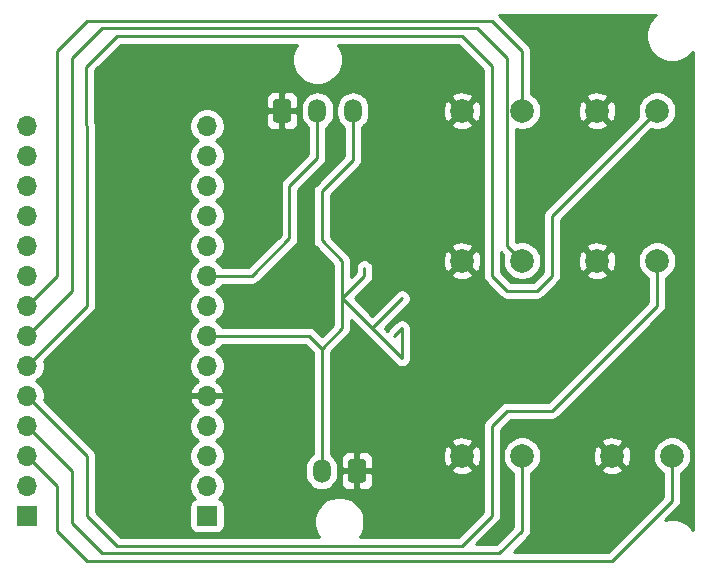
<source format=gtl>
%TF.GenerationSoftware,KiCad,Pcbnew,(5.1.9)-1*%
%TF.CreationDate,2021-03-07T15:01:53-08:00*%
%TF.ProjectId,lightbar-pcb,6c696768-7462-4617-922d-7063622e6b69,rev?*%
%TF.SameCoordinates,Original*%
%TF.FileFunction,Copper,L1,Top*%
%TF.FilePolarity,Positive*%
%FSLAX46Y46*%
G04 Gerber Fmt 4.6, Leading zero omitted, Abs format (unit mm)*
G04 Created by KiCad (PCBNEW (5.1.9)-1) date 2021-03-07 15:01:53*
%MOMM*%
%LPD*%
G01*
G04 APERTURE LIST*
%TA.AperFunction,ComponentPad*%
%ADD10C,2.000000*%
%TD*%
%TA.AperFunction,ComponentPad*%
%ADD11O,1.500000X2.020000*%
%TD*%
%TA.AperFunction,ComponentPad*%
%ADD12R,1.700000X1.700000*%
%TD*%
%TA.AperFunction,ComponentPad*%
%ADD13O,1.700000X1.700000*%
%TD*%
%TA.AperFunction,Conductor*%
%ADD14C,0.250000*%
%TD*%
%TA.AperFunction,Conductor*%
%ADD15C,0.254000*%
%TD*%
%TA.AperFunction,Conductor*%
%ADD16C,0.100000*%
%TD*%
G04 APERTURE END LIST*
D10*
%TO.P,SW6,2*%
%TO.N,Net-(J3-Pad3)*%
X120650000Y-78740000D03*
%TO.P,SW6,1*%
%TO.N,Net-(J1-Pad1)*%
X115570000Y-78740000D03*
%TD*%
%TO.P,SW5,2*%
%TO.N,Net-(J3-Pad4)*%
X107950000Y-78740000D03*
%TO.P,SW5,1*%
%TO.N,Net-(J1-Pad1)*%
X102870000Y-78740000D03*
%TD*%
%TO.P,SW4,2*%
%TO.N,Net-(J3-Pad5)*%
X119380000Y-62230000D03*
%TO.P,SW4,1*%
%TO.N,Net-(J1-Pad1)*%
X114300000Y-62230000D03*
%TD*%
%TO.P,SW3,2*%
%TO.N,Net-(J3-Pad6)*%
X119380000Y-49530000D03*
%TO.P,SW3,1*%
%TO.N,Net-(J1-Pad1)*%
X114300000Y-49530000D03*
%TD*%
%TO.P,SW2,2*%
%TO.N,Net-(J3-Pad7)*%
X107950000Y-62230000D03*
%TO.P,SW2,1*%
%TO.N,Net-(J1-Pad1)*%
X102870000Y-62230000D03*
%TD*%
%TO.P,SW1,2*%
%TO.N,Net-(J3-Pad8)*%
X107950000Y-49530000D03*
%TO.P,SW1,1*%
%TO.N,Net-(J1-Pad1)*%
X102870000Y-49530000D03*
%TD*%
D11*
%TO.P,J4,3*%
%TO.N,Net-(J1-Pad2)*%
X93630000Y-49530000D03*
%TO.P,J4,2*%
%TO.N,Net-(J2-Pad9)*%
X90630000Y-49530000D03*
%TO.P,J4,1*%
%TO.N,Net-(J1-Pad1)*%
%TA.AperFunction,ComponentPad*%
G36*
G01*
X86880000Y-50290000D02*
X86880000Y-48770000D01*
G75*
G02*
X87130000Y-48520000I250000J0D01*
G01*
X88130000Y-48520000D01*
G75*
G02*
X88380000Y-48770000I0J-250000D01*
G01*
X88380000Y-50290000D01*
G75*
G02*
X88130000Y-50540000I-250000J0D01*
G01*
X87130000Y-50540000D01*
G75*
G02*
X86880000Y-50290000I0J250000D01*
G01*
G37*
%TD.AperFunction*%
%TD*%
%TO.P,J1,2*%
%TO.N,Net-(J1-Pad2)*%
X90980000Y-80010000D03*
%TO.P,J1,1*%
%TO.N,Net-(J1-Pad1)*%
%TA.AperFunction,ComponentPad*%
G36*
G01*
X94730000Y-79250000D02*
X94730000Y-80770000D01*
G75*
G02*
X94480000Y-81020000I-250000J0D01*
G01*
X93480000Y-81020000D01*
G75*
G02*
X93230000Y-80770000I0J250000D01*
G01*
X93230000Y-79250000D01*
G75*
G02*
X93480000Y-79000000I250000J0D01*
G01*
X94480000Y-79000000D01*
G75*
G02*
X94730000Y-79250000I0J-250000D01*
G01*
G37*
%TD.AperFunction*%
%TD*%
D12*
%TO.P,J2,1*%
%TO.N,Net-(J2-Pad1)*%
X81280000Y-83820000D03*
D13*
%TO.P,J2,2*%
%TO.N,Net-(J2-Pad2)*%
X81280000Y-81280000D03*
%TO.P,J2,3*%
%TO.N,Net-(J2-Pad3)*%
X81280000Y-78740000D03*
%TO.P,J2,4*%
%TO.N,Net-(J2-Pad4)*%
X81280000Y-76200000D03*
%TO.P,J2,5*%
%TO.N,Net-(J1-Pad1)*%
X81280000Y-73660000D03*
%TO.P,J2,6*%
%TO.N,Net-(J2-Pad6)*%
X81280000Y-71120000D03*
%TO.P,J2,7*%
%TO.N,Net-(J1-Pad2)*%
X81280000Y-68580000D03*
%TO.P,J2,8*%
%TO.N,Net-(J2-Pad8)*%
X81280000Y-66040000D03*
%TO.P,J2,9*%
%TO.N,Net-(J2-Pad9)*%
X81280000Y-63500000D03*
%TO.P,J2,10*%
%TO.N,Net-(J2-Pad10)*%
X81280000Y-60960000D03*
%TO.P,J2,11*%
%TO.N,Net-(J2-Pad11)*%
X81280000Y-58420000D03*
%TO.P,J2,12*%
%TO.N,Net-(J2-Pad12)*%
X81280000Y-55880000D03*
%TO.P,J2,13*%
%TO.N,Net-(J2-Pad13)*%
X81280000Y-53340000D03*
%TO.P,J2,14*%
%TO.N,Net-(J2-Pad14)*%
X81280000Y-50800000D03*
%TD*%
%TO.P,J3,14*%
%TO.N,Net-(J3-Pad14)*%
X66040000Y-50800000D03*
%TO.P,J3,13*%
%TO.N,Net-(J3-Pad13)*%
X66040000Y-53340000D03*
%TO.P,J3,12*%
%TO.N,Net-(J3-Pad12)*%
X66040000Y-55880000D03*
%TO.P,J3,11*%
%TO.N,Net-(J3-Pad11)*%
X66040000Y-58420000D03*
%TO.P,J3,10*%
%TO.N,Net-(J3-Pad10)*%
X66040000Y-60960000D03*
%TO.P,J3,9*%
%TO.N,Net-(J3-Pad9)*%
X66040000Y-63500000D03*
%TO.P,J3,8*%
%TO.N,Net-(J3-Pad8)*%
X66040000Y-66040000D03*
%TO.P,J3,7*%
%TO.N,Net-(J3-Pad7)*%
X66040000Y-68580000D03*
%TO.P,J3,6*%
%TO.N,Net-(J3-Pad6)*%
X66040000Y-71120000D03*
%TO.P,J3,5*%
%TO.N,Net-(J3-Pad5)*%
X66040000Y-73660000D03*
%TO.P,J3,4*%
%TO.N,Net-(J3-Pad4)*%
X66040000Y-76200000D03*
%TO.P,J3,3*%
%TO.N,Net-(J3-Pad3)*%
X66040000Y-78740000D03*
%TO.P,J3,2*%
%TO.N,Net-(J3-Pad2)*%
X66040000Y-81280000D03*
D12*
%TO.P,J3,1*%
%TO.N,Net-(J3-Pad1)*%
X66040000Y-83820000D03*
%TD*%
D14*
%TO.N,Net-(J1-Pad2)*%
X92710000Y-65405000D02*
X97790000Y-70485000D01*
X97790000Y-65405000D02*
X95250000Y-67945000D01*
X97790000Y-70485000D02*
X97790000Y-67945000D01*
X97790000Y-67945000D02*
X97155000Y-68580000D01*
X92710000Y-65405000D02*
X92710000Y-67945000D01*
X94615000Y-63500000D02*
X92710000Y-65405000D01*
X94615000Y-63500000D02*
X94615000Y-62865000D01*
X92710000Y-62230000D02*
X92710000Y-65405000D01*
X93630000Y-53690000D02*
X93630000Y-49530000D01*
X90980000Y-56340000D02*
X93630000Y-53690000D01*
X92710000Y-67945000D02*
X90980000Y-69675000D01*
X90980000Y-80010000D02*
X90980000Y-69675000D01*
X92710000Y-62230000D02*
X90980000Y-60500000D01*
X90980000Y-60500000D02*
X90980000Y-56340000D01*
X89885000Y-68580000D02*
X90980000Y-69675000D01*
X81280000Y-68580000D02*
X89885000Y-68580000D01*
%TO.N,Net-(J2-Pad9)*%
X90980000Y-49880000D02*
X90630000Y-49530000D01*
X81335001Y-63555001D02*
X81280000Y-63500000D01*
X90630000Y-49530000D02*
X90630000Y-53349002D01*
X90630000Y-53515000D02*
X90630000Y-53349002D01*
X88265000Y-55880000D02*
X88265000Y-60325000D01*
X88265000Y-55880000D02*
X90630000Y-53515000D01*
X88265000Y-60325000D02*
X85090000Y-63500000D01*
X81280000Y-63500000D02*
X85090000Y-63500000D01*
%TO.N,Net-(J3-Pad8)*%
X68580000Y-63500000D02*
X66040000Y-66040000D01*
X71120000Y-41910000D02*
X68580000Y-44450000D01*
X68580000Y-44450000D02*
X68580000Y-63500000D01*
X107950000Y-49530000D02*
X107950000Y-44450000D01*
X107950000Y-44450000D02*
X105410000Y-41910000D01*
X71120000Y-41910000D02*
X105410000Y-41910000D01*
%TO.N,Net-(J3-Pad7)*%
X69850000Y-64770000D02*
X66040000Y-68580000D01*
X69850000Y-46355000D02*
X69850000Y-64770000D01*
X69850000Y-45720000D02*
X69850000Y-46355000D01*
X104140000Y-42545000D02*
X106680000Y-45085000D01*
X72390000Y-42545000D02*
X104140000Y-42545000D01*
X106680000Y-45085000D02*
X106680000Y-60960000D01*
X69850000Y-45085000D02*
X72390000Y-42545000D01*
X106680000Y-60960000D02*
X107950000Y-62230000D01*
X69850000Y-46355000D02*
X69850000Y-45085000D01*
%TO.N,Net-(J3-Pad6)*%
X105410000Y-63500000D02*
X105410000Y-57150000D01*
X73660000Y-43180000D02*
X71054990Y-45785010D01*
X71120000Y-50800000D02*
X71120000Y-66040000D01*
X110490000Y-58420000D02*
X110490000Y-63500000D01*
X106680000Y-64770000D02*
X105410000Y-63500000D01*
X109220000Y-64770000D02*
X106680000Y-64770000D01*
X94075283Y-43180000D02*
X73725010Y-43180000D01*
X102870000Y-43180000D02*
X105410000Y-45720000D01*
X105410000Y-45720000D02*
X105410000Y-57785000D01*
X94075283Y-43180000D02*
X102870000Y-43180000D01*
X71120000Y-66040000D02*
X66040000Y-71120000D01*
X71054990Y-45785010D02*
X71054990Y-50734990D01*
X109220000Y-64770000D02*
X110490000Y-63500000D01*
X119380000Y-49530000D02*
X110490000Y-58420000D01*
%TO.N,Net-(J3-Pad5)*%
X66676410Y-73660000D02*
X66040000Y-73660000D01*
X78740000Y-86360000D02*
X86360000Y-86360000D01*
X119380000Y-66040000D02*
X119380000Y-62230000D01*
X110490000Y-74930000D02*
X119380000Y-66040000D01*
X105410000Y-76200000D02*
X106680000Y-74930000D01*
X105410000Y-83820000D02*
X105410000Y-76200000D01*
X106680000Y-74930000D02*
X110490000Y-74930000D01*
X102870000Y-86360000D02*
X105410000Y-83820000D01*
X86039992Y-86360000D02*
X102870000Y-86360000D01*
X66040000Y-73660000D02*
X71120000Y-78740000D01*
X71120000Y-78740000D02*
X71120000Y-83820000D01*
X71120000Y-83820000D02*
X73660000Y-86360000D01*
X73660000Y-86360000D02*
X78740000Y-86360000D01*
%TO.N,Net-(J3-Pad4)*%
X106045000Y-86995000D02*
X107950000Y-85090000D01*
X72390000Y-86995000D02*
X106045000Y-86995000D01*
X107950000Y-85090000D02*
X107950000Y-78740000D01*
X69850000Y-84455000D02*
X72390000Y-86995000D01*
X69850000Y-80010000D02*
X69850000Y-84455000D01*
X66040000Y-76200000D02*
X69850000Y-80010000D01*
%TO.N,Net-(J3-Pad3)*%
X68580000Y-81280000D02*
X66040000Y-78740000D01*
X68580000Y-85090000D02*
X68580000Y-81280000D01*
X71120000Y-87630000D02*
X68580000Y-85090000D01*
X115570000Y-87630000D02*
X71120000Y-87630000D01*
X120650000Y-82550000D02*
X115570000Y-87630000D01*
X120650000Y-78740000D02*
X120650000Y-82550000D01*
%TD*%
D15*
%TO.N,Net-(J1-Pad1)*%
X119230370Y-41450176D02*
X118920176Y-41760370D01*
X118676458Y-42125120D01*
X118508582Y-42530408D01*
X118423000Y-42960660D01*
X118423000Y-43399340D01*
X118508582Y-43829592D01*
X118676458Y-44234880D01*
X118920176Y-44599630D01*
X119230370Y-44909824D01*
X119595120Y-45153542D01*
X120000408Y-45321418D01*
X120430660Y-45407000D01*
X120869340Y-45407000D01*
X121299592Y-45321418D01*
X121704880Y-45153542D01*
X122069630Y-44909824D01*
X122379824Y-44599630D01*
X122428000Y-44527530D01*
X122428000Y-85012470D01*
X122379824Y-84940370D01*
X122069630Y-84630176D01*
X121704880Y-84386458D01*
X121299592Y-84218582D01*
X120869340Y-84133000D01*
X120430660Y-84133000D01*
X120070078Y-84204724D01*
X121161003Y-83113799D01*
X121190001Y-83090001D01*
X121217639Y-83056324D01*
X121284974Y-82974277D01*
X121355546Y-82842247D01*
X121378978Y-82765000D01*
X121399003Y-82698986D01*
X121410000Y-82587333D01*
X121410000Y-82587323D01*
X121413676Y-82550000D01*
X121410000Y-82512677D01*
X121410000Y-80194909D01*
X121424463Y-80188918D01*
X121692252Y-80009987D01*
X121919987Y-79782252D01*
X122098918Y-79514463D01*
X122222168Y-79216912D01*
X122285000Y-78901033D01*
X122285000Y-78578967D01*
X122222168Y-78263088D01*
X122098918Y-77965537D01*
X121919987Y-77697748D01*
X121692252Y-77470013D01*
X121424463Y-77291082D01*
X121126912Y-77167832D01*
X120811033Y-77105000D01*
X120488967Y-77105000D01*
X120173088Y-77167832D01*
X119875537Y-77291082D01*
X119607748Y-77470013D01*
X119380013Y-77697748D01*
X119201082Y-77965537D01*
X119077832Y-78263088D01*
X119015000Y-78578967D01*
X119015000Y-78901033D01*
X119077832Y-79216912D01*
X119201082Y-79514463D01*
X119380013Y-79782252D01*
X119607748Y-80009987D01*
X119875537Y-80188918D01*
X119890000Y-80194909D01*
X119890001Y-82235197D01*
X115255199Y-86870000D01*
X107244801Y-86870000D01*
X108461004Y-85653798D01*
X108490001Y-85630001D01*
X108584974Y-85514276D01*
X108655546Y-85382247D01*
X108699003Y-85238986D01*
X108710000Y-85127333D01*
X108710000Y-85127323D01*
X108713676Y-85090000D01*
X108710000Y-85052677D01*
X108710000Y-80194909D01*
X108724463Y-80188918D01*
X108992252Y-80009987D01*
X109126826Y-79875413D01*
X114614192Y-79875413D01*
X114709956Y-80139814D01*
X114999571Y-80280704D01*
X115311108Y-80362384D01*
X115632595Y-80381718D01*
X115951675Y-80337961D01*
X116256088Y-80232795D01*
X116430044Y-80139814D01*
X116525808Y-79875413D01*
X115570000Y-78919605D01*
X114614192Y-79875413D01*
X109126826Y-79875413D01*
X109219987Y-79782252D01*
X109398918Y-79514463D01*
X109522168Y-79216912D01*
X109585000Y-78901033D01*
X109585000Y-78802595D01*
X113928282Y-78802595D01*
X113972039Y-79121675D01*
X114077205Y-79426088D01*
X114170186Y-79600044D01*
X114434587Y-79695808D01*
X115390395Y-78740000D01*
X115749605Y-78740000D01*
X116705413Y-79695808D01*
X116969814Y-79600044D01*
X117110704Y-79310429D01*
X117192384Y-78998892D01*
X117211718Y-78677405D01*
X117167961Y-78358325D01*
X117062795Y-78053912D01*
X116969814Y-77879956D01*
X116705413Y-77784192D01*
X115749605Y-78740000D01*
X115390395Y-78740000D01*
X114434587Y-77784192D01*
X114170186Y-77879956D01*
X114029296Y-78169571D01*
X113947616Y-78481108D01*
X113928282Y-78802595D01*
X109585000Y-78802595D01*
X109585000Y-78578967D01*
X109522168Y-78263088D01*
X109398918Y-77965537D01*
X109219987Y-77697748D01*
X109126826Y-77604587D01*
X114614192Y-77604587D01*
X115570000Y-78560395D01*
X116525808Y-77604587D01*
X116430044Y-77340186D01*
X116140429Y-77199296D01*
X115828892Y-77117616D01*
X115507405Y-77098282D01*
X115188325Y-77142039D01*
X114883912Y-77247205D01*
X114709956Y-77340186D01*
X114614192Y-77604587D01*
X109126826Y-77604587D01*
X108992252Y-77470013D01*
X108724463Y-77291082D01*
X108426912Y-77167832D01*
X108111033Y-77105000D01*
X107788967Y-77105000D01*
X107473088Y-77167832D01*
X107175537Y-77291082D01*
X106907748Y-77470013D01*
X106680013Y-77697748D01*
X106501082Y-77965537D01*
X106377832Y-78263088D01*
X106315000Y-78578967D01*
X106315000Y-78901033D01*
X106377832Y-79216912D01*
X106501082Y-79514463D01*
X106680013Y-79782252D01*
X106907748Y-80009987D01*
X107175537Y-80188918D01*
X107190001Y-80194909D01*
X107190000Y-84775198D01*
X105730199Y-86235000D01*
X104069802Y-86235000D01*
X105921009Y-84383794D01*
X105950001Y-84360001D01*
X105973795Y-84331008D01*
X105973799Y-84331004D01*
X106044973Y-84244277D01*
X106044974Y-84244276D01*
X106115546Y-84112247D01*
X106159003Y-83968986D01*
X106170000Y-83857333D01*
X106170000Y-83857324D01*
X106173676Y-83820001D01*
X106170000Y-83782678D01*
X106170000Y-76514801D01*
X106994802Y-75690000D01*
X110452678Y-75690000D01*
X110490000Y-75693676D01*
X110527322Y-75690000D01*
X110527333Y-75690000D01*
X110638986Y-75679003D01*
X110782247Y-75635546D01*
X110914276Y-75564974D01*
X111030001Y-75470001D01*
X111053804Y-75440997D01*
X119891004Y-66603798D01*
X119920001Y-66580001D01*
X120014974Y-66464276D01*
X120085546Y-66332247D01*
X120129003Y-66188986D01*
X120140000Y-66077333D01*
X120140000Y-66077332D01*
X120143677Y-66040000D01*
X120140000Y-66002667D01*
X120140000Y-63684909D01*
X120154463Y-63678918D01*
X120422252Y-63499987D01*
X120649987Y-63272252D01*
X120828918Y-63004463D01*
X120952168Y-62706912D01*
X121015000Y-62391033D01*
X121015000Y-62068967D01*
X120952168Y-61753088D01*
X120828918Y-61455537D01*
X120649987Y-61187748D01*
X120422252Y-60960013D01*
X120154463Y-60781082D01*
X119856912Y-60657832D01*
X119541033Y-60595000D01*
X119218967Y-60595000D01*
X118903088Y-60657832D01*
X118605537Y-60781082D01*
X118337748Y-60960013D01*
X118110013Y-61187748D01*
X117931082Y-61455537D01*
X117807832Y-61753088D01*
X117745000Y-62068967D01*
X117745000Y-62391033D01*
X117807832Y-62706912D01*
X117931082Y-63004463D01*
X118110013Y-63272252D01*
X118337748Y-63499987D01*
X118605537Y-63678918D01*
X118620001Y-63684909D01*
X118620000Y-65725198D01*
X110175199Y-74170000D01*
X106717322Y-74170000D01*
X106679999Y-74166324D01*
X106642676Y-74170000D01*
X106642667Y-74170000D01*
X106531014Y-74180997D01*
X106387753Y-74224454D01*
X106255724Y-74295026D01*
X106139999Y-74389999D01*
X106116201Y-74418997D01*
X104898998Y-75636201D01*
X104870000Y-75659999D01*
X104846202Y-75688997D01*
X104846201Y-75688998D01*
X104775026Y-75775724D01*
X104704454Y-75907754D01*
X104660998Y-76051015D01*
X104646324Y-76200000D01*
X104650001Y-76237332D01*
X104650000Y-83505197D01*
X102555199Y-85600000D01*
X94199156Y-85600000D01*
X94372012Y-85341302D01*
X94532953Y-84952756D01*
X94615000Y-84540279D01*
X94615000Y-84119721D01*
X94532953Y-83707244D01*
X94372012Y-83318698D01*
X94138363Y-82969017D01*
X93840983Y-82671637D01*
X93491302Y-82437988D01*
X93102756Y-82277047D01*
X92690279Y-82195000D01*
X92269721Y-82195000D01*
X91857244Y-82277047D01*
X91468698Y-82437988D01*
X91119017Y-82671637D01*
X90821637Y-82969017D01*
X90587988Y-83318698D01*
X90427047Y-83707244D01*
X90345000Y-84119721D01*
X90345000Y-84540279D01*
X90427047Y-84952756D01*
X90587988Y-85341302D01*
X90760844Y-85600000D01*
X73974803Y-85600000D01*
X71880000Y-83505199D01*
X71880000Y-82970000D01*
X79791928Y-82970000D01*
X79791928Y-84670000D01*
X79804188Y-84794482D01*
X79840498Y-84914180D01*
X79899463Y-85024494D01*
X79978815Y-85121185D01*
X80075506Y-85200537D01*
X80185820Y-85259502D01*
X80305518Y-85295812D01*
X80430000Y-85308072D01*
X82130000Y-85308072D01*
X82254482Y-85295812D01*
X82374180Y-85259502D01*
X82484494Y-85200537D01*
X82581185Y-85121185D01*
X82660537Y-85024494D01*
X82719502Y-84914180D01*
X82755812Y-84794482D01*
X82768072Y-84670000D01*
X82768072Y-82970000D01*
X82755812Y-82845518D01*
X82719502Y-82725820D01*
X82660537Y-82615506D01*
X82581185Y-82518815D01*
X82484494Y-82439463D01*
X82374180Y-82380498D01*
X82301620Y-82358487D01*
X82433475Y-82226632D01*
X82595990Y-81983411D01*
X82707932Y-81713158D01*
X82765000Y-81426260D01*
X82765000Y-81133740D01*
X82707932Y-80846842D01*
X82595990Y-80576589D01*
X82433475Y-80333368D01*
X82226632Y-80126525D01*
X82052240Y-80010000D01*
X82226632Y-79893475D01*
X82433475Y-79686632D01*
X82595990Y-79443411D01*
X82707932Y-79173158D01*
X82765000Y-78886260D01*
X82765000Y-78593740D01*
X82707932Y-78306842D01*
X82595990Y-78036589D01*
X82433475Y-77793368D01*
X82226632Y-77586525D01*
X82052240Y-77470000D01*
X82226632Y-77353475D01*
X82433475Y-77146632D01*
X82595990Y-76903411D01*
X82707932Y-76633158D01*
X82765000Y-76346260D01*
X82765000Y-76053740D01*
X82707932Y-75766842D01*
X82595990Y-75496589D01*
X82433475Y-75253368D01*
X82226632Y-75046525D01*
X82044466Y-74924805D01*
X82161355Y-74855178D01*
X82377588Y-74660269D01*
X82551641Y-74426920D01*
X82676825Y-74164099D01*
X82721476Y-74016890D01*
X82600155Y-73787000D01*
X81407000Y-73787000D01*
X81407000Y-73807000D01*
X81153000Y-73807000D01*
X81153000Y-73787000D01*
X79959845Y-73787000D01*
X79838524Y-74016890D01*
X79883175Y-74164099D01*
X80008359Y-74426920D01*
X80182412Y-74660269D01*
X80398645Y-74855178D01*
X80515534Y-74924805D01*
X80333368Y-75046525D01*
X80126525Y-75253368D01*
X79964010Y-75496589D01*
X79852068Y-75766842D01*
X79795000Y-76053740D01*
X79795000Y-76346260D01*
X79852068Y-76633158D01*
X79964010Y-76903411D01*
X80126525Y-77146632D01*
X80333368Y-77353475D01*
X80507760Y-77470000D01*
X80333368Y-77586525D01*
X80126525Y-77793368D01*
X79964010Y-78036589D01*
X79852068Y-78306842D01*
X79795000Y-78593740D01*
X79795000Y-78886260D01*
X79852068Y-79173158D01*
X79964010Y-79443411D01*
X80126525Y-79686632D01*
X80333368Y-79893475D01*
X80507760Y-80010000D01*
X80333368Y-80126525D01*
X80126525Y-80333368D01*
X79964010Y-80576589D01*
X79852068Y-80846842D01*
X79795000Y-81133740D01*
X79795000Y-81426260D01*
X79852068Y-81713158D01*
X79964010Y-81983411D01*
X80126525Y-82226632D01*
X80258380Y-82358487D01*
X80185820Y-82380498D01*
X80075506Y-82439463D01*
X79978815Y-82518815D01*
X79899463Y-82615506D01*
X79840498Y-82725820D01*
X79804188Y-82845518D01*
X79791928Y-82970000D01*
X71880000Y-82970000D01*
X71880000Y-78777323D01*
X71883676Y-78740000D01*
X71880000Y-78702677D01*
X71880000Y-78702667D01*
X71869003Y-78591014D01*
X71825546Y-78447753D01*
X71754974Y-78315723D01*
X71683799Y-78228997D01*
X71660001Y-78199999D01*
X71631003Y-78176201D01*
X67481209Y-74026408D01*
X67525000Y-73806260D01*
X67525000Y-73513740D01*
X67467932Y-73226842D01*
X67355990Y-72956589D01*
X67193475Y-72713368D01*
X66986632Y-72506525D01*
X66812240Y-72390000D01*
X66986632Y-72273475D01*
X67193475Y-72066632D01*
X67355990Y-71823411D01*
X67467932Y-71553158D01*
X67525000Y-71266260D01*
X67525000Y-70973740D01*
X67481209Y-70753592D01*
X71631003Y-66603799D01*
X71660001Y-66580001D01*
X71747685Y-66473158D01*
X71754974Y-66464277D01*
X71825546Y-66332247D01*
X71825546Y-66332246D01*
X71869003Y-66188986D01*
X71880000Y-66077333D01*
X71880000Y-66077323D01*
X71883676Y-66040000D01*
X71880000Y-66002677D01*
X71880000Y-50762667D01*
X71869272Y-50653740D01*
X79795000Y-50653740D01*
X79795000Y-50946260D01*
X79852068Y-51233158D01*
X79964010Y-51503411D01*
X80126525Y-51746632D01*
X80333368Y-51953475D01*
X80507760Y-52070000D01*
X80333368Y-52186525D01*
X80126525Y-52393368D01*
X79964010Y-52636589D01*
X79852068Y-52906842D01*
X79795000Y-53193740D01*
X79795000Y-53486260D01*
X79852068Y-53773158D01*
X79964010Y-54043411D01*
X80126525Y-54286632D01*
X80333368Y-54493475D01*
X80507760Y-54610000D01*
X80333368Y-54726525D01*
X80126525Y-54933368D01*
X79964010Y-55176589D01*
X79852068Y-55446842D01*
X79795000Y-55733740D01*
X79795000Y-56026260D01*
X79852068Y-56313158D01*
X79964010Y-56583411D01*
X80126525Y-56826632D01*
X80333368Y-57033475D01*
X80507760Y-57150000D01*
X80333368Y-57266525D01*
X80126525Y-57473368D01*
X79964010Y-57716589D01*
X79852068Y-57986842D01*
X79795000Y-58273740D01*
X79795000Y-58566260D01*
X79852068Y-58853158D01*
X79964010Y-59123411D01*
X80126525Y-59366632D01*
X80333368Y-59573475D01*
X80507760Y-59690000D01*
X80333368Y-59806525D01*
X80126525Y-60013368D01*
X79964010Y-60256589D01*
X79852068Y-60526842D01*
X79795000Y-60813740D01*
X79795000Y-61106260D01*
X79852068Y-61393158D01*
X79964010Y-61663411D01*
X80126525Y-61906632D01*
X80333368Y-62113475D01*
X80507760Y-62230000D01*
X80333368Y-62346525D01*
X80126525Y-62553368D01*
X79964010Y-62796589D01*
X79852068Y-63066842D01*
X79795000Y-63353740D01*
X79795000Y-63646260D01*
X79852068Y-63933158D01*
X79964010Y-64203411D01*
X80126525Y-64446632D01*
X80333368Y-64653475D01*
X80507760Y-64770000D01*
X80333368Y-64886525D01*
X80126525Y-65093368D01*
X79964010Y-65336589D01*
X79852068Y-65606842D01*
X79795000Y-65893740D01*
X79795000Y-66186260D01*
X79852068Y-66473158D01*
X79964010Y-66743411D01*
X80126525Y-66986632D01*
X80333368Y-67193475D01*
X80507760Y-67310000D01*
X80333368Y-67426525D01*
X80126525Y-67633368D01*
X79964010Y-67876589D01*
X79852068Y-68146842D01*
X79795000Y-68433740D01*
X79795000Y-68726260D01*
X79852068Y-69013158D01*
X79964010Y-69283411D01*
X80126525Y-69526632D01*
X80333368Y-69733475D01*
X80507760Y-69850000D01*
X80333368Y-69966525D01*
X80126525Y-70173368D01*
X79964010Y-70416589D01*
X79852068Y-70686842D01*
X79795000Y-70973740D01*
X79795000Y-71266260D01*
X79852068Y-71553158D01*
X79964010Y-71823411D01*
X80126525Y-72066632D01*
X80333368Y-72273475D01*
X80515534Y-72395195D01*
X80398645Y-72464822D01*
X80182412Y-72659731D01*
X80008359Y-72893080D01*
X79883175Y-73155901D01*
X79838524Y-73303110D01*
X79959845Y-73533000D01*
X81153000Y-73533000D01*
X81153000Y-73513000D01*
X81407000Y-73513000D01*
X81407000Y-73533000D01*
X82600155Y-73533000D01*
X82721476Y-73303110D01*
X82676825Y-73155901D01*
X82551641Y-72893080D01*
X82377588Y-72659731D01*
X82161355Y-72464822D01*
X82044466Y-72395195D01*
X82226632Y-72273475D01*
X82433475Y-72066632D01*
X82595990Y-71823411D01*
X82707932Y-71553158D01*
X82765000Y-71266260D01*
X82765000Y-70973740D01*
X82707932Y-70686842D01*
X82595990Y-70416589D01*
X82433475Y-70173368D01*
X82226632Y-69966525D01*
X82052240Y-69850000D01*
X82226632Y-69733475D01*
X82433475Y-69526632D01*
X82558178Y-69340000D01*
X89570199Y-69340000D01*
X90220001Y-69989803D01*
X90220000Y-78585794D01*
X90206813Y-78592843D01*
X89995920Y-78765919D01*
X89822843Y-78976812D01*
X89694236Y-79217419D01*
X89615040Y-79478493D01*
X89595000Y-79681963D01*
X89595000Y-80338036D01*
X89615040Y-80541506D01*
X89694236Y-80802580D01*
X89822843Y-81043187D01*
X89995919Y-81254080D01*
X90206812Y-81427157D01*
X90447419Y-81555764D01*
X90708493Y-81634960D01*
X90980000Y-81661701D01*
X91251506Y-81634960D01*
X91512580Y-81555764D01*
X91753187Y-81427157D01*
X91964080Y-81254081D01*
X92137157Y-81043188D01*
X92149551Y-81020000D01*
X92591928Y-81020000D01*
X92604188Y-81144482D01*
X92640498Y-81264180D01*
X92699463Y-81374494D01*
X92778815Y-81471185D01*
X92875506Y-81550537D01*
X92985820Y-81609502D01*
X93105518Y-81645812D01*
X93230000Y-81658072D01*
X93694250Y-81655000D01*
X93853000Y-81496250D01*
X93853000Y-80137000D01*
X94107000Y-80137000D01*
X94107000Y-81496250D01*
X94265750Y-81655000D01*
X94730000Y-81658072D01*
X94854482Y-81645812D01*
X94974180Y-81609502D01*
X95084494Y-81550537D01*
X95181185Y-81471185D01*
X95260537Y-81374494D01*
X95319502Y-81264180D01*
X95355812Y-81144482D01*
X95368072Y-81020000D01*
X95365000Y-80295750D01*
X95206250Y-80137000D01*
X94107000Y-80137000D01*
X93853000Y-80137000D01*
X92753750Y-80137000D01*
X92595000Y-80295750D01*
X92591928Y-81020000D01*
X92149551Y-81020000D01*
X92265764Y-80802581D01*
X92344960Y-80541507D01*
X92365000Y-80338037D01*
X92365000Y-79681964D01*
X92344960Y-79478494D01*
X92265764Y-79217419D01*
X92149552Y-79000000D01*
X92591928Y-79000000D01*
X92595000Y-79724250D01*
X92753750Y-79883000D01*
X93853000Y-79883000D01*
X93853000Y-78523750D01*
X94107000Y-78523750D01*
X94107000Y-79883000D01*
X95206250Y-79883000D01*
X95213837Y-79875413D01*
X101914192Y-79875413D01*
X102009956Y-80139814D01*
X102299571Y-80280704D01*
X102611108Y-80362384D01*
X102932595Y-80381718D01*
X103251675Y-80337961D01*
X103556088Y-80232795D01*
X103730044Y-80139814D01*
X103825808Y-79875413D01*
X102870000Y-78919605D01*
X101914192Y-79875413D01*
X95213837Y-79875413D01*
X95365000Y-79724250D01*
X95368072Y-79000000D01*
X95355812Y-78875518D01*
X95333692Y-78802595D01*
X101228282Y-78802595D01*
X101272039Y-79121675D01*
X101377205Y-79426088D01*
X101470186Y-79600044D01*
X101734587Y-79695808D01*
X102690395Y-78740000D01*
X103049605Y-78740000D01*
X104005413Y-79695808D01*
X104269814Y-79600044D01*
X104410704Y-79310429D01*
X104492384Y-78998892D01*
X104511718Y-78677405D01*
X104467961Y-78358325D01*
X104362795Y-78053912D01*
X104269814Y-77879956D01*
X104005413Y-77784192D01*
X103049605Y-78740000D01*
X102690395Y-78740000D01*
X101734587Y-77784192D01*
X101470186Y-77879956D01*
X101329296Y-78169571D01*
X101247616Y-78481108D01*
X101228282Y-78802595D01*
X95333692Y-78802595D01*
X95319502Y-78755820D01*
X95260537Y-78645506D01*
X95181185Y-78548815D01*
X95084494Y-78469463D01*
X94974180Y-78410498D01*
X94854482Y-78374188D01*
X94730000Y-78361928D01*
X94265750Y-78365000D01*
X94107000Y-78523750D01*
X93853000Y-78523750D01*
X93694250Y-78365000D01*
X93230000Y-78361928D01*
X93105518Y-78374188D01*
X92985820Y-78410498D01*
X92875506Y-78469463D01*
X92778815Y-78548815D01*
X92699463Y-78645506D01*
X92640498Y-78755820D01*
X92604188Y-78875518D01*
X92591928Y-79000000D01*
X92149552Y-79000000D01*
X92137157Y-78976812D01*
X91964081Y-78765919D01*
X91753188Y-78592843D01*
X91740000Y-78585794D01*
X91740000Y-77604587D01*
X101914192Y-77604587D01*
X102870000Y-78560395D01*
X103825808Y-77604587D01*
X103730044Y-77340186D01*
X103440429Y-77199296D01*
X103128892Y-77117616D01*
X102807405Y-77098282D01*
X102488325Y-77142039D01*
X102183912Y-77247205D01*
X102009956Y-77340186D01*
X101914192Y-77604587D01*
X91740000Y-77604587D01*
X91740000Y-69989801D01*
X93221008Y-68508795D01*
X93250001Y-68485001D01*
X93273795Y-68456008D01*
X93273799Y-68456004D01*
X93344973Y-68369277D01*
X93344974Y-68369276D01*
X93415546Y-68237247D01*
X93459003Y-68093986D01*
X93470000Y-67982333D01*
X93470000Y-67982324D01*
X93473676Y-67945001D01*
X93470000Y-67907678D01*
X93470000Y-67239801D01*
X94686199Y-68456000D01*
X94709999Y-68485001D01*
X94738997Y-68508799D01*
X97226202Y-70996004D01*
X97249999Y-71025001D01*
X97278997Y-71048799D01*
X97365723Y-71119974D01*
X97497753Y-71190546D01*
X97641014Y-71234003D01*
X97790000Y-71248677D01*
X97938985Y-71234003D01*
X98082246Y-71190546D01*
X98214276Y-71119974D01*
X98330001Y-71025001D01*
X98424974Y-70909276D01*
X98468549Y-70827754D01*
X98495546Y-70777247D01*
X98539003Y-70633986D01*
X98550000Y-70522333D01*
X98550000Y-70522323D01*
X98553676Y-70485000D01*
X98550000Y-70447677D01*
X98550000Y-67982333D01*
X98553677Y-67945000D01*
X98539003Y-67796014D01*
X98495546Y-67652754D01*
X98495546Y-67652753D01*
X98424974Y-67520724D01*
X98330001Y-67404999D01*
X98214276Y-67310026D01*
X98082247Y-67239454D01*
X97938986Y-67195997D01*
X97790000Y-67181323D01*
X97641014Y-67195997D01*
X97497753Y-67239454D01*
X97365724Y-67310026D01*
X97278997Y-67381201D01*
X97278993Y-67381205D01*
X97250000Y-67404999D01*
X97226206Y-67433992D01*
X96591201Y-68068998D01*
X96527013Y-68147211D01*
X96324802Y-67945000D01*
X98353799Y-65916004D01*
X98424973Y-65829277D01*
X98495545Y-65697247D01*
X98539002Y-65553987D01*
X98553676Y-65405001D01*
X98539002Y-65256015D01*
X98495545Y-65112754D01*
X98424973Y-64980725D01*
X98330000Y-64865000D01*
X98214275Y-64770027D01*
X98082246Y-64699455D01*
X97938985Y-64655998D01*
X97789999Y-64641324D01*
X97641013Y-64655998D01*
X97497753Y-64699455D01*
X97365723Y-64770027D01*
X97278996Y-64841201D01*
X95250000Y-66870199D01*
X93784801Y-65405000D01*
X95126004Y-64063798D01*
X95155001Y-64040001D01*
X95249974Y-63924276D01*
X95320546Y-63792247D01*
X95364003Y-63648986D01*
X95375000Y-63537333D01*
X95375000Y-63537323D01*
X95378676Y-63500000D01*
X95375000Y-63462677D01*
X95375000Y-63365413D01*
X101914192Y-63365413D01*
X102009956Y-63629814D01*
X102299571Y-63770704D01*
X102611108Y-63852384D01*
X102932595Y-63871718D01*
X103251675Y-63827961D01*
X103556088Y-63722795D01*
X103730044Y-63629814D01*
X103825808Y-63365413D01*
X102870000Y-62409605D01*
X101914192Y-63365413D01*
X95375000Y-63365413D01*
X95375000Y-62827667D01*
X95364003Y-62716014D01*
X95320546Y-62572753D01*
X95249974Y-62440724D01*
X95155001Y-62324999D01*
X95115517Y-62292595D01*
X101228282Y-62292595D01*
X101272039Y-62611675D01*
X101377205Y-62916088D01*
X101470186Y-63090044D01*
X101734587Y-63185808D01*
X102690395Y-62230000D01*
X103049605Y-62230000D01*
X104005413Y-63185808D01*
X104269814Y-63090044D01*
X104410704Y-62800429D01*
X104492384Y-62488892D01*
X104511718Y-62167405D01*
X104467961Y-61848325D01*
X104362795Y-61543912D01*
X104269814Y-61369956D01*
X104005413Y-61274192D01*
X103049605Y-62230000D01*
X102690395Y-62230000D01*
X101734587Y-61274192D01*
X101470186Y-61369956D01*
X101329296Y-61659571D01*
X101247616Y-61971108D01*
X101228282Y-62292595D01*
X95115517Y-62292595D01*
X95039276Y-62230026D01*
X94907247Y-62159454D01*
X94763986Y-62115997D01*
X94615000Y-62101323D01*
X94466015Y-62115997D01*
X94322754Y-62159454D01*
X94190725Y-62230026D01*
X94075000Y-62324999D01*
X93980027Y-62440724D01*
X93909454Y-62572753D01*
X93865997Y-62716014D01*
X93855000Y-62827667D01*
X93855000Y-63185198D01*
X93470000Y-63570198D01*
X93470000Y-62267322D01*
X93473676Y-62229999D01*
X93470000Y-62192676D01*
X93470000Y-62192667D01*
X93459003Y-62081014D01*
X93415546Y-61937753D01*
X93344974Y-61805724D01*
X93301777Y-61753088D01*
X93273799Y-61718996D01*
X93273795Y-61718992D01*
X93250001Y-61689999D01*
X93221009Y-61666206D01*
X92649390Y-61094587D01*
X101914192Y-61094587D01*
X102870000Y-62050395D01*
X103825808Y-61094587D01*
X103730044Y-60830186D01*
X103440429Y-60689296D01*
X103128892Y-60607616D01*
X102807405Y-60588282D01*
X102488325Y-60632039D01*
X102183912Y-60737205D01*
X102009956Y-60830186D01*
X101914192Y-61094587D01*
X92649390Y-61094587D01*
X91740000Y-60185199D01*
X91740000Y-56654801D01*
X94141004Y-54253798D01*
X94170001Y-54230001D01*
X94196332Y-54197917D01*
X94264974Y-54114277D01*
X94335546Y-53982247D01*
X94335546Y-53982246D01*
X94379003Y-53838986D01*
X94390000Y-53727333D01*
X94390000Y-53727323D01*
X94393676Y-53690000D01*
X94390000Y-53652677D01*
X94390000Y-50954206D01*
X94403188Y-50947157D01*
X94614081Y-50774081D01*
X94703262Y-50665413D01*
X101914192Y-50665413D01*
X102009956Y-50929814D01*
X102299571Y-51070704D01*
X102611108Y-51152384D01*
X102932595Y-51171718D01*
X103251675Y-51127961D01*
X103556088Y-51022795D01*
X103730044Y-50929814D01*
X103825808Y-50665413D01*
X102870000Y-49709605D01*
X101914192Y-50665413D01*
X94703262Y-50665413D01*
X94787157Y-50563188D01*
X94915764Y-50322581D01*
X94994960Y-50061506D01*
X95015000Y-49858036D01*
X95015000Y-49592595D01*
X101228282Y-49592595D01*
X101272039Y-49911675D01*
X101377205Y-50216088D01*
X101470186Y-50390044D01*
X101734587Y-50485808D01*
X102690395Y-49530000D01*
X103049605Y-49530000D01*
X104005413Y-50485808D01*
X104269814Y-50390044D01*
X104410704Y-50100429D01*
X104492384Y-49788892D01*
X104511718Y-49467405D01*
X104467961Y-49148325D01*
X104362795Y-48843912D01*
X104269814Y-48669956D01*
X104005413Y-48574192D01*
X103049605Y-49530000D01*
X102690395Y-49530000D01*
X101734587Y-48574192D01*
X101470186Y-48669956D01*
X101329296Y-48959571D01*
X101247616Y-49271108D01*
X101228282Y-49592595D01*
X95015000Y-49592595D01*
X95015000Y-49201963D01*
X94994960Y-48998493D01*
X94915764Y-48737419D01*
X94787157Y-48496812D01*
X94703263Y-48394587D01*
X101914192Y-48394587D01*
X102870000Y-49350395D01*
X103825808Y-48394587D01*
X103730044Y-48130186D01*
X103440429Y-47989296D01*
X103128892Y-47907616D01*
X102807405Y-47888282D01*
X102488325Y-47932039D01*
X102183912Y-48037205D01*
X102009956Y-48130186D01*
X101914192Y-48394587D01*
X94703263Y-48394587D01*
X94614080Y-48285919D01*
X94403187Y-48112843D01*
X94162580Y-47984236D01*
X93901506Y-47905040D01*
X93630000Y-47878299D01*
X93358493Y-47905040D01*
X93097419Y-47984236D01*
X92856812Y-48112843D01*
X92645919Y-48285920D01*
X92472843Y-48496813D01*
X92344236Y-48737420D01*
X92265040Y-48998494D01*
X92245000Y-49201964D01*
X92245000Y-49858037D01*
X92265040Y-50061507D01*
X92344236Y-50322581D01*
X92472843Y-50563188D01*
X92645920Y-50774081D01*
X92856813Y-50947157D01*
X92870001Y-50954206D01*
X92870000Y-53375198D01*
X90468998Y-55776201D01*
X90440000Y-55799999D01*
X90416202Y-55828997D01*
X90416201Y-55828998D01*
X90345026Y-55915724D01*
X90274454Y-56047754D01*
X90230998Y-56191015D01*
X90216324Y-56340000D01*
X90220001Y-56377332D01*
X90220000Y-60462677D01*
X90216324Y-60500000D01*
X90220000Y-60537322D01*
X90220000Y-60537332D01*
X90230997Y-60648985D01*
X90274454Y-60792246D01*
X90345026Y-60924276D01*
X90374323Y-60959974D01*
X90439999Y-61040001D01*
X90469002Y-61063803D01*
X91950000Y-62544803D01*
X91950001Y-65367658D01*
X91950000Y-65367668D01*
X91950000Y-65367678D01*
X91946324Y-65405000D01*
X91950000Y-65442323D01*
X91950001Y-67630196D01*
X90980000Y-68600198D01*
X90448804Y-68069002D01*
X90425001Y-68039999D01*
X90309276Y-67945026D01*
X90177247Y-67874454D01*
X90033986Y-67830997D01*
X89922333Y-67820000D01*
X89922322Y-67820000D01*
X89885000Y-67816324D01*
X89847678Y-67820000D01*
X82558178Y-67820000D01*
X82433475Y-67633368D01*
X82226632Y-67426525D01*
X82052240Y-67310000D01*
X82226632Y-67193475D01*
X82433475Y-66986632D01*
X82595990Y-66743411D01*
X82707932Y-66473158D01*
X82765000Y-66186260D01*
X82765000Y-65893740D01*
X82707932Y-65606842D01*
X82595990Y-65336589D01*
X82433475Y-65093368D01*
X82226632Y-64886525D01*
X82052240Y-64770000D01*
X82226632Y-64653475D01*
X82433475Y-64446632D01*
X82558178Y-64260000D01*
X85052678Y-64260000D01*
X85090000Y-64263676D01*
X85127322Y-64260000D01*
X85127333Y-64260000D01*
X85238986Y-64249003D01*
X85382247Y-64205546D01*
X85514276Y-64134974D01*
X85630001Y-64040001D01*
X85653804Y-64010997D01*
X88776003Y-60888799D01*
X88805001Y-60865001D01*
X88864709Y-60792247D01*
X88899974Y-60749277D01*
X88970546Y-60617247D01*
X88994787Y-60537333D01*
X89014003Y-60473986D01*
X89025000Y-60362333D01*
X89025000Y-60362324D01*
X89028676Y-60325001D01*
X89025000Y-60287678D01*
X89025000Y-56194801D01*
X91141004Y-54078798D01*
X91170001Y-54055001D01*
X91229709Y-53982247D01*
X91264974Y-53939277D01*
X91335546Y-53807247D01*
X91345850Y-53773278D01*
X91379003Y-53663986D01*
X91390000Y-53552333D01*
X91390000Y-53552324D01*
X91393676Y-53515001D01*
X91390000Y-53477678D01*
X91390000Y-50954206D01*
X91403188Y-50947157D01*
X91614081Y-50774081D01*
X91787157Y-50563188D01*
X91915764Y-50322581D01*
X91994960Y-50061506D01*
X92015000Y-49858036D01*
X92015000Y-49201963D01*
X91994960Y-48998493D01*
X91915764Y-48737419D01*
X91787157Y-48496812D01*
X91614080Y-48285919D01*
X91403187Y-48112843D01*
X91162580Y-47984236D01*
X90901506Y-47905040D01*
X90630000Y-47878299D01*
X90358493Y-47905040D01*
X90097419Y-47984236D01*
X89856812Y-48112843D01*
X89645919Y-48285920D01*
X89472843Y-48496813D01*
X89344236Y-48737420D01*
X89265040Y-48998494D01*
X89245000Y-49201964D01*
X89245000Y-49858037D01*
X89265040Y-50061507D01*
X89344236Y-50322581D01*
X89472843Y-50563188D01*
X89645920Y-50774081D01*
X89856813Y-50947157D01*
X89870000Y-50954206D01*
X89870001Y-53200197D01*
X87754003Y-55316196D01*
X87724999Y-55339999D01*
X87669871Y-55407174D01*
X87630026Y-55455724D01*
X87565564Y-55576323D01*
X87559454Y-55587754D01*
X87515997Y-55731015D01*
X87505000Y-55842668D01*
X87505000Y-55842678D01*
X87501324Y-55880000D01*
X87505000Y-55917323D01*
X87505001Y-60010197D01*
X84775199Y-62740000D01*
X82558178Y-62740000D01*
X82433475Y-62553368D01*
X82226632Y-62346525D01*
X82052240Y-62230000D01*
X82226632Y-62113475D01*
X82433475Y-61906632D01*
X82595990Y-61663411D01*
X82707932Y-61393158D01*
X82765000Y-61106260D01*
X82765000Y-60813740D01*
X82707932Y-60526842D01*
X82595990Y-60256589D01*
X82433475Y-60013368D01*
X82226632Y-59806525D01*
X82052240Y-59690000D01*
X82226632Y-59573475D01*
X82433475Y-59366632D01*
X82595990Y-59123411D01*
X82707932Y-58853158D01*
X82765000Y-58566260D01*
X82765000Y-58273740D01*
X82707932Y-57986842D01*
X82595990Y-57716589D01*
X82433475Y-57473368D01*
X82226632Y-57266525D01*
X82052240Y-57150000D01*
X82226632Y-57033475D01*
X82433475Y-56826632D01*
X82595990Y-56583411D01*
X82707932Y-56313158D01*
X82765000Y-56026260D01*
X82765000Y-55733740D01*
X82707932Y-55446842D01*
X82595990Y-55176589D01*
X82433475Y-54933368D01*
X82226632Y-54726525D01*
X82052240Y-54610000D01*
X82226632Y-54493475D01*
X82433475Y-54286632D01*
X82595990Y-54043411D01*
X82707932Y-53773158D01*
X82765000Y-53486260D01*
X82765000Y-53193740D01*
X82707932Y-52906842D01*
X82595990Y-52636589D01*
X82433475Y-52393368D01*
X82226632Y-52186525D01*
X82052240Y-52070000D01*
X82226632Y-51953475D01*
X82433475Y-51746632D01*
X82595990Y-51503411D01*
X82707932Y-51233158D01*
X82765000Y-50946260D01*
X82765000Y-50653740D01*
X82742376Y-50540000D01*
X86241928Y-50540000D01*
X86254188Y-50664482D01*
X86290498Y-50784180D01*
X86349463Y-50894494D01*
X86428815Y-50991185D01*
X86525506Y-51070537D01*
X86635820Y-51129502D01*
X86755518Y-51165812D01*
X86880000Y-51178072D01*
X87344250Y-51175000D01*
X87503000Y-51016250D01*
X87503000Y-49657000D01*
X87757000Y-49657000D01*
X87757000Y-51016250D01*
X87915750Y-51175000D01*
X88380000Y-51178072D01*
X88504482Y-51165812D01*
X88624180Y-51129502D01*
X88734494Y-51070537D01*
X88831185Y-50991185D01*
X88910537Y-50894494D01*
X88969502Y-50784180D01*
X89005812Y-50664482D01*
X89018072Y-50540000D01*
X89015000Y-49815750D01*
X88856250Y-49657000D01*
X87757000Y-49657000D01*
X87503000Y-49657000D01*
X86403750Y-49657000D01*
X86245000Y-49815750D01*
X86241928Y-50540000D01*
X82742376Y-50540000D01*
X82707932Y-50366842D01*
X82595990Y-50096589D01*
X82433475Y-49853368D01*
X82226632Y-49646525D01*
X81983411Y-49484010D01*
X81713158Y-49372068D01*
X81426260Y-49315000D01*
X81133740Y-49315000D01*
X80846842Y-49372068D01*
X80576589Y-49484010D01*
X80333368Y-49646525D01*
X80126525Y-49853368D01*
X79964010Y-50096589D01*
X79852068Y-50366842D01*
X79795000Y-50653740D01*
X71869272Y-50653740D01*
X71869003Y-50651014D01*
X71825546Y-50507753D01*
X71814990Y-50488004D01*
X71814990Y-48520000D01*
X86241928Y-48520000D01*
X86245000Y-49244250D01*
X86403750Y-49403000D01*
X87503000Y-49403000D01*
X87503000Y-48043750D01*
X87757000Y-48043750D01*
X87757000Y-49403000D01*
X88856250Y-49403000D01*
X89015000Y-49244250D01*
X89018072Y-48520000D01*
X89005812Y-48395518D01*
X88969502Y-48275820D01*
X88910537Y-48165506D01*
X88831185Y-48068815D01*
X88734494Y-47989463D01*
X88624180Y-47930498D01*
X88504482Y-47894188D01*
X88380000Y-47881928D01*
X87915750Y-47885000D01*
X87757000Y-48043750D01*
X87503000Y-48043750D01*
X87344250Y-47885000D01*
X86880000Y-47881928D01*
X86755518Y-47894188D01*
X86635820Y-47930498D01*
X86525506Y-47989463D01*
X86428815Y-48068815D01*
X86349463Y-48165506D01*
X86290498Y-48275820D01*
X86254188Y-48395518D01*
X86241928Y-48520000D01*
X71814990Y-48520000D01*
X71814990Y-46099811D01*
X73974803Y-43940000D01*
X88910844Y-43940000D01*
X88737988Y-44198698D01*
X88577047Y-44587244D01*
X88495000Y-44999721D01*
X88495000Y-45420279D01*
X88577047Y-45832756D01*
X88737988Y-46221302D01*
X88971637Y-46570983D01*
X89269017Y-46868363D01*
X89618698Y-47102012D01*
X90007244Y-47262953D01*
X90419721Y-47345000D01*
X90840279Y-47345000D01*
X91252756Y-47262953D01*
X91641302Y-47102012D01*
X91990983Y-46868363D01*
X92288363Y-46570983D01*
X92522012Y-46221302D01*
X92682953Y-45832756D01*
X92765000Y-45420279D01*
X92765000Y-44999721D01*
X92682953Y-44587244D01*
X92522012Y-44198698D01*
X92349156Y-43940000D01*
X102555199Y-43940000D01*
X104650000Y-46034803D01*
X104650001Y-57112667D01*
X104650000Y-63462677D01*
X104646324Y-63500000D01*
X104650000Y-63537322D01*
X104650000Y-63537332D01*
X104660997Y-63648985D01*
X104704454Y-63792246D01*
X104775026Y-63924276D01*
X104814871Y-63972826D01*
X104869999Y-64040001D01*
X104899003Y-64063804D01*
X106116201Y-65281003D01*
X106139999Y-65310001D01*
X106255724Y-65404974D01*
X106387753Y-65475546D01*
X106531014Y-65519003D01*
X106642667Y-65530000D01*
X106642676Y-65530000D01*
X106679999Y-65533676D01*
X106717322Y-65530000D01*
X109182678Y-65530000D01*
X109220000Y-65533676D01*
X109257322Y-65530000D01*
X109257333Y-65530000D01*
X109368986Y-65519003D01*
X109512247Y-65475546D01*
X109644276Y-65404974D01*
X109760001Y-65310001D01*
X109783804Y-65280997D01*
X111001003Y-64063799D01*
X111030001Y-64040001D01*
X111124974Y-63924276D01*
X111195546Y-63792247D01*
X111239003Y-63648986D01*
X111250000Y-63537333D01*
X111250000Y-63537324D01*
X111253676Y-63500001D01*
X111250000Y-63462678D01*
X111250000Y-63365413D01*
X113344192Y-63365413D01*
X113439956Y-63629814D01*
X113729571Y-63770704D01*
X114041108Y-63852384D01*
X114362595Y-63871718D01*
X114681675Y-63827961D01*
X114986088Y-63722795D01*
X115160044Y-63629814D01*
X115255808Y-63365413D01*
X114300000Y-62409605D01*
X113344192Y-63365413D01*
X111250000Y-63365413D01*
X111250000Y-62292595D01*
X112658282Y-62292595D01*
X112702039Y-62611675D01*
X112807205Y-62916088D01*
X112900186Y-63090044D01*
X113164587Y-63185808D01*
X114120395Y-62230000D01*
X114479605Y-62230000D01*
X115435413Y-63185808D01*
X115699814Y-63090044D01*
X115840704Y-62800429D01*
X115922384Y-62488892D01*
X115941718Y-62167405D01*
X115897961Y-61848325D01*
X115792795Y-61543912D01*
X115699814Y-61369956D01*
X115435413Y-61274192D01*
X114479605Y-62230000D01*
X114120395Y-62230000D01*
X113164587Y-61274192D01*
X112900186Y-61369956D01*
X112759296Y-61659571D01*
X112677616Y-61971108D01*
X112658282Y-62292595D01*
X111250000Y-62292595D01*
X111250000Y-61094587D01*
X113344192Y-61094587D01*
X114300000Y-62050395D01*
X115255808Y-61094587D01*
X115160044Y-60830186D01*
X114870429Y-60689296D01*
X114558892Y-60607616D01*
X114237405Y-60588282D01*
X113918325Y-60632039D01*
X113613912Y-60737205D01*
X113439956Y-60830186D01*
X113344192Y-61094587D01*
X111250000Y-61094587D01*
X111250000Y-58734801D01*
X118888625Y-51096177D01*
X118903088Y-51102168D01*
X119218967Y-51165000D01*
X119541033Y-51165000D01*
X119856912Y-51102168D01*
X120154463Y-50978918D01*
X120422252Y-50799987D01*
X120649987Y-50572252D01*
X120828918Y-50304463D01*
X120952168Y-50006912D01*
X121015000Y-49691033D01*
X121015000Y-49368967D01*
X120952168Y-49053088D01*
X120828918Y-48755537D01*
X120649987Y-48487748D01*
X120422252Y-48260013D01*
X120154463Y-48081082D01*
X119856912Y-47957832D01*
X119541033Y-47895000D01*
X119218967Y-47895000D01*
X118903088Y-47957832D01*
X118605537Y-48081082D01*
X118337748Y-48260013D01*
X118110013Y-48487748D01*
X117931082Y-48755537D01*
X117807832Y-49053088D01*
X117745000Y-49368967D01*
X117745000Y-49691033D01*
X117807832Y-50006912D01*
X117813823Y-50021375D01*
X109979003Y-57856196D01*
X109949999Y-57879999D01*
X109894871Y-57947174D01*
X109855026Y-57995724D01*
X109811451Y-58077247D01*
X109784454Y-58127754D01*
X109740997Y-58271015D01*
X109730000Y-58382668D01*
X109730000Y-58382678D01*
X109726324Y-58420000D01*
X109730000Y-58457323D01*
X109730001Y-63185197D01*
X108905199Y-64010000D01*
X106994802Y-64010000D01*
X106170000Y-63185199D01*
X106170000Y-61524801D01*
X106383823Y-61738624D01*
X106377832Y-61753088D01*
X106315000Y-62068967D01*
X106315000Y-62391033D01*
X106377832Y-62706912D01*
X106501082Y-63004463D01*
X106680013Y-63272252D01*
X106907748Y-63499987D01*
X107175537Y-63678918D01*
X107473088Y-63802168D01*
X107788967Y-63865000D01*
X108111033Y-63865000D01*
X108426912Y-63802168D01*
X108724463Y-63678918D01*
X108992252Y-63499987D01*
X109219987Y-63272252D01*
X109398918Y-63004463D01*
X109522168Y-62706912D01*
X109585000Y-62391033D01*
X109585000Y-62068967D01*
X109522168Y-61753088D01*
X109398918Y-61455537D01*
X109219987Y-61187748D01*
X108992252Y-60960013D01*
X108724463Y-60781082D01*
X108426912Y-60657832D01*
X108111033Y-60595000D01*
X107788967Y-60595000D01*
X107473088Y-60657832D01*
X107458624Y-60663823D01*
X107440000Y-60645199D01*
X107440000Y-51088462D01*
X107473088Y-51102168D01*
X107788967Y-51165000D01*
X108111033Y-51165000D01*
X108426912Y-51102168D01*
X108724463Y-50978918D01*
X108992252Y-50799987D01*
X109126826Y-50665413D01*
X113344192Y-50665413D01*
X113439956Y-50929814D01*
X113729571Y-51070704D01*
X114041108Y-51152384D01*
X114362595Y-51171718D01*
X114681675Y-51127961D01*
X114986088Y-51022795D01*
X115160044Y-50929814D01*
X115255808Y-50665413D01*
X114300000Y-49709605D01*
X113344192Y-50665413D01*
X109126826Y-50665413D01*
X109219987Y-50572252D01*
X109398918Y-50304463D01*
X109522168Y-50006912D01*
X109585000Y-49691033D01*
X109585000Y-49592595D01*
X112658282Y-49592595D01*
X112702039Y-49911675D01*
X112807205Y-50216088D01*
X112900186Y-50390044D01*
X113164587Y-50485808D01*
X114120395Y-49530000D01*
X114479605Y-49530000D01*
X115435413Y-50485808D01*
X115699814Y-50390044D01*
X115840704Y-50100429D01*
X115922384Y-49788892D01*
X115941718Y-49467405D01*
X115897961Y-49148325D01*
X115792795Y-48843912D01*
X115699814Y-48669956D01*
X115435413Y-48574192D01*
X114479605Y-49530000D01*
X114120395Y-49530000D01*
X113164587Y-48574192D01*
X112900186Y-48669956D01*
X112759296Y-48959571D01*
X112677616Y-49271108D01*
X112658282Y-49592595D01*
X109585000Y-49592595D01*
X109585000Y-49368967D01*
X109522168Y-49053088D01*
X109398918Y-48755537D01*
X109219987Y-48487748D01*
X109126826Y-48394587D01*
X113344192Y-48394587D01*
X114300000Y-49350395D01*
X115255808Y-48394587D01*
X115160044Y-48130186D01*
X114870429Y-47989296D01*
X114558892Y-47907616D01*
X114237405Y-47888282D01*
X113918325Y-47932039D01*
X113613912Y-48037205D01*
X113439956Y-48130186D01*
X113344192Y-48394587D01*
X109126826Y-48394587D01*
X108992252Y-48260013D01*
X108724463Y-48081082D01*
X108710000Y-48075091D01*
X108710000Y-44487322D01*
X108713676Y-44449999D01*
X108710000Y-44412676D01*
X108710000Y-44412667D01*
X108699003Y-44301014D01*
X108655546Y-44157753D01*
X108584974Y-44025724D01*
X108565366Y-44001831D01*
X108513799Y-43938996D01*
X108513795Y-43938992D01*
X108490001Y-43909999D01*
X108461008Y-43886205D01*
X105976801Y-41402000D01*
X119302470Y-41402000D01*
X119230370Y-41450176D01*
%TA.AperFunction,Conductor*%
D16*
G36*
X119230370Y-41450176D02*
G01*
X118920176Y-41760370D01*
X118676458Y-42125120D01*
X118508582Y-42530408D01*
X118423000Y-42960660D01*
X118423000Y-43399340D01*
X118508582Y-43829592D01*
X118676458Y-44234880D01*
X118920176Y-44599630D01*
X119230370Y-44909824D01*
X119595120Y-45153542D01*
X120000408Y-45321418D01*
X120430660Y-45407000D01*
X120869340Y-45407000D01*
X121299592Y-45321418D01*
X121704880Y-45153542D01*
X122069630Y-44909824D01*
X122379824Y-44599630D01*
X122428000Y-44527530D01*
X122428000Y-85012470D01*
X122379824Y-84940370D01*
X122069630Y-84630176D01*
X121704880Y-84386458D01*
X121299592Y-84218582D01*
X120869340Y-84133000D01*
X120430660Y-84133000D01*
X120070078Y-84204724D01*
X121161003Y-83113799D01*
X121190001Y-83090001D01*
X121217639Y-83056324D01*
X121284974Y-82974277D01*
X121355546Y-82842247D01*
X121378978Y-82765000D01*
X121399003Y-82698986D01*
X121410000Y-82587333D01*
X121410000Y-82587323D01*
X121413676Y-82550000D01*
X121410000Y-82512677D01*
X121410000Y-80194909D01*
X121424463Y-80188918D01*
X121692252Y-80009987D01*
X121919987Y-79782252D01*
X122098918Y-79514463D01*
X122222168Y-79216912D01*
X122285000Y-78901033D01*
X122285000Y-78578967D01*
X122222168Y-78263088D01*
X122098918Y-77965537D01*
X121919987Y-77697748D01*
X121692252Y-77470013D01*
X121424463Y-77291082D01*
X121126912Y-77167832D01*
X120811033Y-77105000D01*
X120488967Y-77105000D01*
X120173088Y-77167832D01*
X119875537Y-77291082D01*
X119607748Y-77470013D01*
X119380013Y-77697748D01*
X119201082Y-77965537D01*
X119077832Y-78263088D01*
X119015000Y-78578967D01*
X119015000Y-78901033D01*
X119077832Y-79216912D01*
X119201082Y-79514463D01*
X119380013Y-79782252D01*
X119607748Y-80009987D01*
X119875537Y-80188918D01*
X119890000Y-80194909D01*
X119890001Y-82235197D01*
X115255199Y-86870000D01*
X107244801Y-86870000D01*
X108461004Y-85653798D01*
X108490001Y-85630001D01*
X108584974Y-85514276D01*
X108655546Y-85382247D01*
X108699003Y-85238986D01*
X108710000Y-85127333D01*
X108710000Y-85127323D01*
X108713676Y-85090000D01*
X108710000Y-85052677D01*
X108710000Y-80194909D01*
X108724463Y-80188918D01*
X108992252Y-80009987D01*
X109126826Y-79875413D01*
X114614192Y-79875413D01*
X114709956Y-80139814D01*
X114999571Y-80280704D01*
X115311108Y-80362384D01*
X115632595Y-80381718D01*
X115951675Y-80337961D01*
X116256088Y-80232795D01*
X116430044Y-80139814D01*
X116525808Y-79875413D01*
X115570000Y-78919605D01*
X114614192Y-79875413D01*
X109126826Y-79875413D01*
X109219987Y-79782252D01*
X109398918Y-79514463D01*
X109522168Y-79216912D01*
X109585000Y-78901033D01*
X109585000Y-78802595D01*
X113928282Y-78802595D01*
X113972039Y-79121675D01*
X114077205Y-79426088D01*
X114170186Y-79600044D01*
X114434587Y-79695808D01*
X115390395Y-78740000D01*
X115749605Y-78740000D01*
X116705413Y-79695808D01*
X116969814Y-79600044D01*
X117110704Y-79310429D01*
X117192384Y-78998892D01*
X117211718Y-78677405D01*
X117167961Y-78358325D01*
X117062795Y-78053912D01*
X116969814Y-77879956D01*
X116705413Y-77784192D01*
X115749605Y-78740000D01*
X115390395Y-78740000D01*
X114434587Y-77784192D01*
X114170186Y-77879956D01*
X114029296Y-78169571D01*
X113947616Y-78481108D01*
X113928282Y-78802595D01*
X109585000Y-78802595D01*
X109585000Y-78578967D01*
X109522168Y-78263088D01*
X109398918Y-77965537D01*
X109219987Y-77697748D01*
X109126826Y-77604587D01*
X114614192Y-77604587D01*
X115570000Y-78560395D01*
X116525808Y-77604587D01*
X116430044Y-77340186D01*
X116140429Y-77199296D01*
X115828892Y-77117616D01*
X115507405Y-77098282D01*
X115188325Y-77142039D01*
X114883912Y-77247205D01*
X114709956Y-77340186D01*
X114614192Y-77604587D01*
X109126826Y-77604587D01*
X108992252Y-77470013D01*
X108724463Y-77291082D01*
X108426912Y-77167832D01*
X108111033Y-77105000D01*
X107788967Y-77105000D01*
X107473088Y-77167832D01*
X107175537Y-77291082D01*
X106907748Y-77470013D01*
X106680013Y-77697748D01*
X106501082Y-77965537D01*
X106377832Y-78263088D01*
X106315000Y-78578967D01*
X106315000Y-78901033D01*
X106377832Y-79216912D01*
X106501082Y-79514463D01*
X106680013Y-79782252D01*
X106907748Y-80009987D01*
X107175537Y-80188918D01*
X107190001Y-80194909D01*
X107190000Y-84775198D01*
X105730199Y-86235000D01*
X104069802Y-86235000D01*
X105921009Y-84383794D01*
X105950001Y-84360001D01*
X105973795Y-84331008D01*
X105973799Y-84331004D01*
X106044973Y-84244277D01*
X106044974Y-84244276D01*
X106115546Y-84112247D01*
X106159003Y-83968986D01*
X106170000Y-83857333D01*
X106170000Y-83857324D01*
X106173676Y-83820001D01*
X106170000Y-83782678D01*
X106170000Y-76514801D01*
X106994802Y-75690000D01*
X110452678Y-75690000D01*
X110490000Y-75693676D01*
X110527322Y-75690000D01*
X110527333Y-75690000D01*
X110638986Y-75679003D01*
X110782247Y-75635546D01*
X110914276Y-75564974D01*
X111030001Y-75470001D01*
X111053804Y-75440997D01*
X119891004Y-66603798D01*
X119920001Y-66580001D01*
X120014974Y-66464276D01*
X120085546Y-66332247D01*
X120129003Y-66188986D01*
X120140000Y-66077333D01*
X120140000Y-66077332D01*
X120143677Y-66040000D01*
X120140000Y-66002667D01*
X120140000Y-63684909D01*
X120154463Y-63678918D01*
X120422252Y-63499987D01*
X120649987Y-63272252D01*
X120828918Y-63004463D01*
X120952168Y-62706912D01*
X121015000Y-62391033D01*
X121015000Y-62068967D01*
X120952168Y-61753088D01*
X120828918Y-61455537D01*
X120649987Y-61187748D01*
X120422252Y-60960013D01*
X120154463Y-60781082D01*
X119856912Y-60657832D01*
X119541033Y-60595000D01*
X119218967Y-60595000D01*
X118903088Y-60657832D01*
X118605537Y-60781082D01*
X118337748Y-60960013D01*
X118110013Y-61187748D01*
X117931082Y-61455537D01*
X117807832Y-61753088D01*
X117745000Y-62068967D01*
X117745000Y-62391033D01*
X117807832Y-62706912D01*
X117931082Y-63004463D01*
X118110013Y-63272252D01*
X118337748Y-63499987D01*
X118605537Y-63678918D01*
X118620001Y-63684909D01*
X118620000Y-65725198D01*
X110175199Y-74170000D01*
X106717322Y-74170000D01*
X106679999Y-74166324D01*
X106642676Y-74170000D01*
X106642667Y-74170000D01*
X106531014Y-74180997D01*
X106387753Y-74224454D01*
X106255724Y-74295026D01*
X106139999Y-74389999D01*
X106116201Y-74418997D01*
X104898998Y-75636201D01*
X104870000Y-75659999D01*
X104846202Y-75688997D01*
X104846201Y-75688998D01*
X104775026Y-75775724D01*
X104704454Y-75907754D01*
X104660998Y-76051015D01*
X104646324Y-76200000D01*
X104650001Y-76237332D01*
X104650000Y-83505197D01*
X102555199Y-85600000D01*
X94199156Y-85600000D01*
X94372012Y-85341302D01*
X94532953Y-84952756D01*
X94615000Y-84540279D01*
X94615000Y-84119721D01*
X94532953Y-83707244D01*
X94372012Y-83318698D01*
X94138363Y-82969017D01*
X93840983Y-82671637D01*
X93491302Y-82437988D01*
X93102756Y-82277047D01*
X92690279Y-82195000D01*
X92269721Y-82195000D01*
X91857244Y-82277047D01*
X91468698Y-82437988D01*
X91119017Y-82671637D01*
X90821637Y-82969017D01*
X90587988Y-83318698D01*
X90427047Y-83707244D01*
X90345000Y-84119721D01*
X90345000Y-84540279D01*
X90427047Y-84952756D01*
X90587988Y-85341302D01*
X90760844Y-85600000D01*
X73974803Y-85600000D01*
X71880000Y-83505199D01*
X71880000Y-82970000D01*
X79791928Y-82970000D01*
X79791928Y-84670000D01*
X79804188Y-84794482D01*
X79840498Y-84914180D01*
X79899463Y-85024494D01*
X79978815Y-85121185D01*
X80075506Y-85200537D01*
X80185820Y-85259502D01*
X80305518Y-85295812D01*
X80430000Y-85308072D01*
X82130000Y-85308072D01*
X82254482Y-85295812D01*
X82374180Y-85259502D01*
X82484494Y-85200537D01*
X82581185Y-85121185D01*
X82660537Y-85024494D01*
X82719502Y-84914180D01*
X82755812Y-84794482D01*
X82768072Y-84670000D01*
X82768072Y-82970000D01*
X82755812Y-82845518D01*
X82719502Y-82725820D01*
X82660537Y-82615506D01*
X82581185Y-82518815D01*
X82484494Y-82439463D01*
X82374180Y-82380498D01*
X82301620Y-82358487D01*
X82433475Y-82226632D01*
X82595990Y-81983411D01*
X82707932Y-81713158D01*
X82765000Y-81426260D01*
X82765000Y-81133740D01*
X82707932Y-80846842D01*
X82595990Y-80576589D01*
X82433475Y-80333368D01*
X82226632Y-80126525D01*
X82052240Y-80010000D01*
X82226632Y-79893475D01*
X82433475Y-79686632D01*
X82595990Y-79443411D01*
X82707932Y-79173158D01*
X82765000Y-78886260D01*
X82765000Y-78593740D01*
X82707932Y-78306842D01*
X82595990Y-78036589D01*
X82433475Y-77793368D01*
X82226632Y-77586525D01*
X82052240Y-77470000D01*
X82226632Y-77353475D01*
X82433475Y-77146632D01*
X82595990Y-76903411D01*
X82707932Y-76633158D01*
X82765000Y-76346260D01*
X82765000Y-76053740D01*
X82707932Y-75766842D01*
X82595990Y-75496589D01*
X82433475Y-75253368D01*
X82226632Y-75046525D01*
X82044466Y-74924805D01*
X82161355Y-74855178D01*
X82377588Y-74660269D01*
X82551641Y-74426920D01*
X82676825Y-74164099D01*
X82721476Y-74016890D01*
X82600155Y-73787000D01*
X81407000Y-73787000D01*
X81407000Y-73807000D01*
X81153000Y-73807000D01*
X81153000Y-73787000D01*
X79959845Y-73787000D01*
X79838524Y-74016890D01*
X79883175Y-74164099D01*
X80008359Y-74426920D01*
X80182412Y-74660269D01*
X80398645Y-74855178D01*
X80515534Y-74924805D01*
X80333368Y-75046525D01*
X80126525Y-75253368D01*
X79964010Y-75496589D01*
X79852068Y-75766842D01*
X79795000Y-76053740D01*
X79795000Y-76346260D01*
X79852068Y-76633158D01*
X79964010Y-76903411D01*
X80126525Y-77146632D01*
X80333368Y-77353475D01*
X80507760Y-77470000D01*
X80333368Y-77586525D01*
X80126525Y-77793368D01*
X79964010Y-78036589D01*
X79852068Y-78306842D01*
X79795000Y-78593740D01*
X79795000Y-78886260D01*
X79852068Y-79173158D01*
X79964010Y-79443411D01*
X80126525Y-79686632D01*
X80333368Y-79893475D01*
X80507760Y-80010000D01*
X80333368Y-80126525D01*
X80126525Y-80333368D01*
X79964010Y-80576589D01*
X79852068Y-80846842D01*
X79795000Y-81133740D01*
X79795000Y-81426260D01*
X79852068Y-81713158D01*
X79964010Y-81983411D01*
X80126525Y-82226632D01*
X80258380Y-82358487D01*
X80185820Y-82380498D01*
X80075506Y-82439463D01*
X79978815Y-82518815D01*
X79899463Y-82615506D01*
X79840498Y-82725820D01*
X79804188Y-82845518D01*
X79791928Y-82970000D01*
X71880000Y-82970000D01*
X71880000Y-78777323D01*
X71883676Y-78740000D01*
X71880000Y-78702677D01*
X71880000Y-78702667D01*
X71869003Y-78591014D01*
X71825546Y-78447753D01*
X71754974Y-78315723D01*
X71683799Y-78228997D01*
X71660001Y-78199999D01*
X71631003Y-78176201D01*
X67481209Y-74026408D01*
X67525000Y-73806260D01*
X67525000Y-73513740D01*
X67467932Y-73226842D01*
X67355990Y-72956589D01*
X67193475Y-72713368D01*
X66986632Y-72506525D01*
X66812240Y-72390000D01*
X66986632Y-72273475D01*
X67193475Y-72066632D01*
X67355990Y-71823411D01*
X67467932Y-71553158D01*
X67525000Y-71266260D01*
X67525000Y-70973740D01*
X67481209Y-70753592D01*
X71631003Y-66603799D01*
X71660001Y-66580001D01*
X71747685Y-66473158D01*
X71754974Y-66464277D01*
X71825546Y-66332247D01*
X71825546Y-66332246D01*
X71869003Y-66188986D01*
X71880000Y-66077333D01*
X71880000Y-66077323D01*
X71883676Y-66040000D01*
X71880000Y-66002677D01*
X71880000Y-50762667D01*
X71869272Y-50653740D01*
X79795000Y-50653740D01*
X79795000Y-50946260D01*
X79852068Y-51233158D01*
X79964010Y-51503411D01*
X80126525Y-51746632D01*
X80333368Y-51953475D01*
X80507760Y-52070000D01*
X80333368Y-52186525D01*
X80126525Y-52393368D01*
X79964010Y-52636589D01*
X79852068Y-52906842D01*
X79795000Y-53193740D01*
X79795000Y-53486260D01*
X79852068Y-53773158D01*
X79964010Y-54043411D01*
X80126525Y-54286632D01*
X80333368Y-54493475D01*
X80507760Y-54610000D01*
X80333368Y-54726525D01*
X80126525Y-54933368D01*
X79964010Y-55176589D01*
X79852068Y-55446842D01*
X79795000Y-55733740D01*
X79795000Y-56026260D01*
X79852068Y-56313158D01*
X79964010Y-56583411D01*
X80126525Y-56826632D01*
X80333368Y-57033475D01*
X80507760Y-57150000D01*
X80333368Y-57266525D01*
X80126525Y-57473368D01*
X79964010Y-57716589D01*
X79852068Y-57986842D01*
X79795000Y-58273740D01*
X79795000Y-58566260D01*
X79852068Y-58853158D01*
X79964010Y-59123411D01*
X80126525Y-59366632D01*
X80333368Y-59573475D01*
X80507760Y-59690000D01*
X80333368Y-59806525D01*
X80126525Y-60013368D01*
X79964010Y-60256589D01*
X79852068Y-60526842D01*
X79795000Y-60813740D01*
X79795000Y-61106260D01*
X79852068Y-61393158D01*
X79964010Y-61663411D01*
X80126525Y-61906632D01*
X80333368Y-62113475D01*
X80507760Y-62230000D01*
X80333368Y-62346525D01*
X80126525Y-62553368D01*
X79964010Y-62796589D01*
X79852068Y-63066842D01*
X79795000Y-63353740D01*
X79795000Y-63646260D01*
X79852068Y-63933158D01*
X79964010Y-64203411D01*
X80126525Y-64446632D01*
X80333368Y-64653475D01*
X80507760Y-64770000D01*
X80333368Y-64886525D01*
X80126525Y-65093368D01*
X79964010Y-65336589D01*
X79852068Y-65606842D01*
X79795000Y-65893740D01*
X79795000Y-66186260D01*
X79852068Y-66473158D01*
X79964010Y-66743411D01*
X80126525Y-66986632D01*
X80333368Y-67193475D01*
X80507760Y-67310000D01*
X80333368Y-67426525D01*
X80126525Y-67633368D01*
X79964010Y-67876589D01*
X79852068Y-68146842D01*
X79795000Y-68433740D01*
X79795000Y-68726260D01*
X79852068Y-69013158D01*
X79964010Y-69283411D01*
X80126525Y-69526632D01*
X80333368Y-69733475D01*
X80507760Y-69850000D01*
X80333368Y-69966525D01*
X80126525Y-70173368D01*
X79964010Y-70416589D01*
X79852068Y-70686842D01*
X79795000Y-70973740D01*
X79795000Y-71266260D01*
X79852068Y-71553158D01*
X79964010Y-71823411D01*
X80126525Y-72066632D01*
X80333368Y-72273475D01*
X80515534Y-72395195D01*
X80398645Y-72464822D01*
X80182412Y-72659731D01*
X80008359Y-72893080D01*
X79883175Y-73155901D01*
X79838524Y-73303110D01*
X79959845Y-73533000D01*
X81153000Y-73533000D01*
X81153000Y-73513000D01*
X81407000Y-73513000D01*
X81407000Y-73533000D01*
X82600155Y-73533000D01*
X82721476Y-73303110D01*
X82676825Y-73155901D01*
X82551641Y-72893080D01*
X82377588Y-72659731D01*
X82161355Y-72464822D01*
X82044466Y-72395195D01*
X82226632Y-72273475D01*
X82433475Y-72066632D01*
X82595990Y-71823411D01*
X82707932Y-71553158D01*
X82765000Y-71266260D01*
X82765000Y-70973740D01*
X82707932Y-70686842D01*
X82595990Y-70416589D01*
X82433475Y-70173368D01*
X82226632Y-69966525D01*
X82052240Y-69850000D01*
X82226632Y-69733475D01*
X82433475Y-69526632D01*
X82558178Y-69340000D01*
X89570199Y-69340000D01*
X90220001Y-69989803D01*
X90220000Y-78585794D01*
X90206813Y-78592843D01*
X89995920Y-78765919D01*
X89822843Y-78976812D01*
X89694236Y-79217419D01*
X89615040Y-79478493D01*
X89595000Y-79681963D01*
X89595000Y-80338036D01*
X89615040Y-80541506D01*
X89694236Y-80802580D01*
X89822843Y-81043187D01*
X89995919Y-81254080D01*
X90206812Y-81427157D01*
X90447419Y-81555764D01*
X90708493Y-81634960D01*
X90980000Y-81661701D01*
X91251506Y-81634960D01*
X91512580Y-81555764D01*
X91753187Y-81427157D01*
X91964080Y-81254081D01*
X92137157Y-81043188D01*
X92149551Y-81020000D01*
X92591928Y-81020000D01*
X92604188Y-81144482D01*
X92640498Y-81264180D01*
X92699463Y-81374494D01*
X92778815Y-81471185D01*
X92875506Y-81550537D01*
X92985820Y-81609502D01*
X93105518Y-81645812D01*
X93230000Y-81658072D01*
X93694250Y-81655000D01*
X93853000Y-81496250D01*
X93853000Y-80137000D01*
X94107000Y-80137000D01*
X94107000Y-81496250D01*
X94265750Y-81655000D01*
X94730000Y-81658072D01*
X94854482Y-81645812D01*
X94974180Y-81609502D01*
X95084494Y-81550537D01*
X95181185Y-81471185D01*
X95260537Y-81374494D01*
X95319502Y-81264180D01*
X95355812Y-81144482D01*
X95368072Y-81020000D01*
X95365000Y-80295750D01*
X95206250Y-80137000D01*
X94107000Y-80137000D01*
X93853000Y-80137000D01*
X92753750Y-80137000D01*
X92595000Y-80295750D01*
X92591928Y-81020000D01*
X92149551Y-81020000D01*
X92265764Y-80802581D01*
X92344960Y-80541507D01*
X92365000Y-80338037D01*
X92365000Y-79681964D01*
X92344960Y-79478494D01*
X92265764Y-79217419D01*
X92149552Y-79000000D01*
X92591928Y-79000000D01*
X92595000Y-79724250D01*
X92753750Y-79883000D01*
X93853000Y-79883000D01*
X93853000Y-78523750D01*
X94107000Y-78523750D01*
X94107000Y-79883000D01*
X95206250Y-79883000D01*
X95213837Y-79875413D01*
X101914192Y-79875413D01*
X102009956Y-80139814D01*
X102299571Y-80280704D01*
X102611108Y-80362384D01*
X102932595Y-80381718D01*
X103251675Y-80337961D01*
X103556088Y-80232795D01*
X103730044Y-80139814D01*
X103825808Y-79875413D01*
X102870000Y-78919605D01*
X101914192Y-79875413D01*
X95213837Y-79875413D01*
X95365000Y-79724250D01*
X95368072Y-79000000D01*
X95355812Y-78875518D01*
X95333692Y-78802595D01*
X101228282Y-78802595D01*
X101272039Y-79121675D01*
X101377205Y-79426088D01*
X101470186Y-79600044D01*
X101734587Y-79695808D01*
X102690395Y-78740000D01*
X103049605Y-78740000D01*
X104005413Y-79695808D01*
X104269814Y-79600044D01*
X104410704Y-79310429D01*
X104492384Y-78998892D01*
X104511718Y-78677405D01*
X104467961Y-78358325D01*
X104362795Y-78053912D01*
X104269814Y-77879956D01*
X104005413Y-77784192D01*
X103049605Y-78740000D01*
X102690395Y-78740000D01*
X101734587Y-77784192D01*
X101470186Y-77879956D01*
X101329296Y-78169571D01*
X101247616Y-78481108D01*
X101228282Y-78802595D01*
X95333692Y-78802595D01*
X95319502Y-78755820D01*
X95260537Y-78645506D01*
X95181185Y-78548815D01*
X95084494Y-78469463D01*
X94974180Y-78410498D01*
X94854482Y-78374188D01*
X94730000Y-78361928D01*
X94265750Y-78365000D01*
X94107000Y-78523750D01*
X93853000Y-78523750D01*
X93694250Y-78365000D01*
X93230000Y-78361928D01*
X93105518Y-78374188D01*
X92985820Y-78410498D01*
X92875506Y-78469463D01*
X92778815Y-78548815D01*
X92699463Y-78645506D01*
X92640498Y-78755820D01*
X92604188Y-78875518D01*
X92591928Y-79000000D01*
X92149552Y-79000000D01*
X92137157Y-78976812D01*
X91964081Y-78765919D01*
X91753188Y-78592843D01*
X91740000Y-78585794D01*
X91740000Y-77604587D01*
X101914192Y-77604587D01*
X102870000Y-78560395D01*
X103825808Y-77604587D01*
X103730044Y-77340186D01*
X103440429Y-77199296D01*
X103128892Y-77117616D01*
X102807405Y-77098282D01*
X102488325Y-77142039D01*
X102183912Y-77247205D01*
X102009956Y-77340186D01*
X101914192Y-77604587D01*
X91740000Y-77604587D01*
X91740000Y-69989801D01*
X93221008Y-68508795D01*
X93250001Y-68485001D01*
X93273795Y-68456008D01*
X93273799Y-68456004D01*
X93344973Y-68369277D01*
X93344974Y-68369276D01*
X93415546Y-68237247D01*
X93459003Y-68093986D01*
X93470000Y-67982333D01*
X93470000Y-67982324D01*
X93473676Y-67945001D01*
X93470000Y-67907678D01*
X93470000Y-67239801D01*
X94686199Y-68456000D01*
X94709999Y-68485001D01*
X94738997Y-68508799D01*
X97226202Y-70996004D01*
X97249999Y-71025001D01*
X97278997Y-71048799D01*
X97365723Y-71119974D01*
X97497753Y-71190546D01*
X97641014Y-71234003D01*
X97790000Y-71248677D01*
X97938985Y-71234003D01*
X98082246Y-71190546D01*
X98214276Y-71119974D01*
X98330001Y-71025001D01*
X98424974Y-70909276D01*
X98468549Y-70827754D01*
X98495546Y-70777247D01*
X98539003Y-70633986D01*
X98550000Y-70522333D01*
X98550000Y-70522323D01*
X98553676Y-70485000D01*
X98550000Y-70447677D01*
X98550000Y-67982333D01*
X98553677Y-67945000D01*
X98539003Y-67796014D01*
X98495546Y-67652754D01*
X98495546Y-67652753D01*
X98424974Y-67520724D01*
X98330001Y-67404999D01*
X98214276Y-67310026D01*
X98082247Y-67239454D01*
X97938986Y-67195997D01*
X97790000Y-67181323D01*
X97641014Y-67195997D01*
X97497753Y-67239454D01*
X97365724Y-67310026D01*
X97278997Y-67381201D01*
X97278993Y-67381205D01*
X97250000Y-67404999D01*
X97226206Y-67433992D01*
X96591201Y-68068998D01*
X96527013Y-68147211D01*
X96324802Y-67945000D01*
X98353799Y-65916004D01*
X98424973Y-65829277D01*
X98495545Y-65697247D01*
X98539002Y-65553987D01*
X98553676Y-65405001D01*
X98539002Y-65256015D01*
X98495545Y-65112754D01*
X98424973Y-64980725D01*
X98330000Y-64865000D01*
X98214275Y-64770027D01*
X98082246Y-64699455D01*
X97938985Y-64655998D01*
X97789999Y-64641324D01*
X97641013Y-64655998D01*
X97497753Y-64699455D01*
X97365723Y-64770027D01*
X97278996Y-64841201D01*
X95250000Y-66870199D01*
X93784801Y-65405000D01*
X95126004Y-64063798D01*
X95155001Y-64040001D01*
X95249974Y-63924276D01*
X95320546Y-63792247D01*
X95364003Y-63648986D01*
X95375000Y-63537333D01*
X95375000Y-63537323D01*
X95378676Y-63500000D01*
X95375000Y-63462677D01*
X95375000Y-63365413D01*
X101914192Y-63365413D01*
X102009956Y-63629814D01*
X102299571Y-63770704D01*
X102611108Y-63852384D01*
X102932595Y-63871718D01*
X103251675Y-63827961D01*
X103556088Y-63722795D01*
X103730044Y-63629814D01*
X103825808Y-63365413D01*
X102870000Y-62409605D01*
X101914192Y-63365413D01*
X95375000Y-63365413D01*
X95375000Y-62827667D01*
X95364003Y-62716014D01*
X95320546Y-62572753D01*
X95249974Y-62440724D01*
X95155001Y-62324999D01*
X95115517Y-62292595D01*
X101228282Y-62292595D01*
X101272039Y-62611675D01*
X101377205Y-62916088D01*
X101470186Y-63090044D01*
X101734587Y-63185808D01*
X102690395Y-62230000D01*
X103049605Y-62230000D01*
X104005413Y-63185808D01*
X104269814Y-63090044D01*
X104410704Y-62800429D01*
X104492384Y-62488892D01*
X104511718Y-62167405D01*
X104467961Y-61848325D01*
X104362795Y-61543912D01*
X104269814Y-61369956D01*
X104005413Y-61274192D01*
X103049605Y-62230000D01*
X102690395Y-62230000D01*
X101734587Y-61274192D01*
X101470186Y-61369956D01*
X101329296Y-61659571D01*
X101247616Y-61971108D01*
X101228282Y-62292595D01*
X95115517Y-62292595D01*
X95039276Y-62230026D01*
X94907247Y-62159454D01*
X94763986Y-62115997D01*
X94615000Y-62101323D01*
X94466015Y-62115997D01*
X94322754Y-62159454D01*
X94190725Y-62230026D01*
X94075000Y-62324999D01*
X93980027Y-62440724D01*
X93909454Y-62572753D01*
X93865997Y-62716014D01*
X93855000Y-62827667D01*
X93855000Y-63185198D01*
X93470000Y-63570198D01*
X93470000Y-62267322D01*
X93473676Y-62229999D01*
X93470000Y-62192676D01*
X93470000Y-62192667D01*
X93459003Y-62081014D01*
X93415546Y-61937753D01*
X93344974Y-61805724D01*
X93301777Y-61753088D01*
X93273799Y-61718996D01*
X93273795Y-61718992D01*
X93250001Y-61689999D01*
X93221009Y-61666206D01*
X92649390Y-61094587D01*
X101914192Y-61094587D01*
X102870000Y-62050395D01*
X103825808Y-61094587D01*
X103730044Y-60830186D01*
X103440429Y-60689296D01*
X103128892Y-60607616D01*
X102807405Y-60588282D01*
X102488325Y-60632039D01*
X102183912Y-60737205D01*
X102009956Y-60830186D01*
X101914192Y-61094587D01*
X92649390Y-61094587D01*
X91740000Y-60185199D01*
X91740000Y-56654801D01*
X94141004Y-54253798D01*
X94170001Y-54230001D01*
X94196332Y-54197917D01*
X94264974Y-54114277D01*
X94335546Y-53982247D01*
X94335546Y-53982246D01*
X94379003Y-53838986D01*
X94390000Y-53727333D01*
X94390000Y-53727323D01*
X94393676Y-53690000D01*
X94390000Y-53652677D01*
X94390000Y-50954206D01*
X94403188Y-50947157D01*
X94614081Y-50774081D01*
X94703262Y-50665413D01*
X101914192Y-50665413D01*
X102009956Y-50929814D01*
X102299571Y-51070704D01*
X102611108Y-51152384D01*
X102932595Y-51171718D01*
X103251675Y-51127961D01*
X103556088Y-51022795D01*
X103730044Y-50929814D01*
X103825808Y-50665413D01*
X102870000Y-49709605D01*
X101914192Y-50665413D01*
X94703262Y-50665413D01*
X94787157Y-50563188D01*
X94915764Y-50322581D01*
X94994960Y-50061506D01*
X95015000Y-49858036D01*
X95015000Y-49592595D01*
X101228282Y-49592595D01*
X101272039Y-49911675D01*
X101377205Y-50216088D01*
X101470186Y-50390044D01*
X101734587Y-50485808D01*
X102690395Y-49530000D01*
X103049605Y-49530000D01*
X104005413Y-50485808D01*
X104269814Y-50390044D01*
X104410704Y-50100429D01*
X104492384Y-49788892D01*
X104511718Y-49467405D01*
X104467961Y-49148325D01*
X104362795Y-48843912D01*
X104269814Y-48669956D01*
X104005413Y-48574192D01*
X103049605Y-49530000D01*
X102690395Y-49530000D01*
X101734587Y-48574192D01*
X101470186Y-48669956D01*
X101329296Y-48959571D01*
X101247616Y-49271108D01*
X101228282Y-49592595D01*
X95015000Y-49592595D01*
X95015000Y-49201963D01*
X94994960Y-48998493D01*
X94915764Y-48737419D01*
X94787157Y-48496812D01*
X94703263Y-48394587D01*
X101914192Y-48394587D01*
X102870000Y-49350395D01*
X103825808Y-48394587D01*
X103730044Y-48130186D01*
X103440429Y-47989296D01*
X103128892Y-47907616D01*
X102807405Y-47888282D01*
X102488325Y-47932039D01*
X102183912Y-48037205D01*
X102009956Y-48130186D01*
X101914192Y-48394587D01*
X94703263Y-48394587D01*
X94614080Y-48285919D01*
X94403187Y-48112843D01*
X94162580Y-47984236D01*
X93901506Y-47905040D01*
X93630000Y-47878299D01*
X93358493Y-47905040D01*
X93097419Y-47984236D01*
X92856812Y-48112843D01*
X92645919Y-48285920D01*
X92472843Y-48496813D01*
X92344236Y-48737420D01*
X92265040Y-48998494D01*
X92245000Y-49201964D01*
X92245000Y-49858037D01*
X92265040Y-50061507D01*
X92344236Y-50322581D01*
X92472843Y-50563188D01*
X92645920Y-50774081D01*
X92856813Y-50947157D01*
X92870001Y-50954206D01*
X92870000Y-53375198D01*
X90468998Y-55776201D01*
X90440000Y-55799999D01*
X90416202Y-55828997D01*
X90416201Y-55828998D01*
X90345026Y-55915724D01*
X90274454Y-56047754D01*
X90230998Y-56191015D01*
X90216324Y-56340000D01*
X90220001Y-56377332D01*
X90220000Y-60462677D01*
X90216324Y-60500000D01*
X90220000Y-60537322D01*
X90220000Y-60537332D01*
X90230997Y-60648985D01*
X90274454Y-60792246D01*
X90345026Y-60924276D01*
X90374323Y-60959974D01*
X90439999Y-61040001D01*
X90469002Y-61063803D01*
X91950000Y-62544803D01*
X91950001Y-65367658D01*
X91950000Y-65367668D01*
X91950000Y-65367678D01*
X91946324Y-65405000D01*
X91950000Y-65442323D01*
X91950001Y-67630196D01*
X90980000Y-68600198D01*
X90448804Y-68069002D01*
X90425001Y-68039999D01*
X90309276Y-67945026D01*
X90177247Y-67874454D01*
X90033986Y-67830997D01*
X89922333Y-67820000D01*
X89922322Y-67820000D01*
X89885000Y-67816324D01*
X89847678Y-67820000D01*
X82558178Y-67820000D01*
X82433475Y-67633368D01*
X82226632Y-67426525D01*
X82052240Y-67310000D01*
X82226632Y-67193475D01*
X82433475Y-66986632D01*
X82595990Y-66743411D01*
X82707932Y-66473158D01*
X82765000Y-66186260D01*
X82765000Y-65893740D01*
X82707932Y-65606842D01*
X82595990Y-65336589D01*
X82433475Y-65093368D01*
X82226632Y-64886525D01*
X82052240Y-64770000D01*
X82226632Y-64653475D01*
X82433475Y-64446632D01*
X82558178Y-64260000D01*
X85052678Y-64260000D01*
X85090000Y-64263676D01*
X85127322Y-64260000D01*
X85127333Y-64260000D01*
X85238986Y-64249003D01*
X85382247Y-64205546D01*
X85514276Y-64134974D01*
X85630001Y-64040001D01*
X85653804Y-64010997D01*
X88776003Y-60888799D01*
X88805001Y-60865001D01*
X88864709Y-60792247D01*
X88899974Y-60749277D01*
X88970546Y-60617247D01*
X88994787Y-60537333D01*
X89014003Y-60473986D01*
X89025000Y-60362333D01*
X89025000Y-60362324D01*
X89028676Y-60325001D01*
X89025000Y-60287678D01*
X89025000Y-56194801D01*
X91141004Y-54078798D01*
X91170001Y-54055001D01*
X91229709Y-53982247D01*
X91264974Y-53939277D01*
X91335546Y-53807247D01*
X91345850Y-53773278D01*
X91379003Y-53663986D01*
X91390000Y-53552333D01*
X91390000Y-53552324D01*
X91393676Y-53515001D01*
X91390000Y-53477678D01*
X91390000Y-50954206D01*
X91403188Y-50947157D01*
X91614081Y-50774081D01*
X91787157Y-50563188D01*
X91915764Y-50322581D01*
X91994960Y-50061506D01*
X92015000Y-49858036D01*
X92015000Y-49201963D01*
X91994960Y-48998493D01*
X91915764Y-48737419D01*
X91787157Y-48496812D01*
X91614080Y-48285919D01*
X91403187Y-48112843D01*
X91162580Y-47984236D01*
X90901506Y-47905040D01*
X90630000Y-47878299D01*
X90358493Y-47905040D01*
X90097419Y-47984236D01*
X89856812Y-48112843D01*
X89645919Y-48285920D01*
X89472843Y-48496813D01*
X89344236Y-48737420D01*
X89265040Y-48998494D01*
X89245000Y-49201964D01*
X89245000Y-49858037D01*
X89265040Y-50061507D01*
X89344236Y-50322581D01*
X89472843Y-50563188D01*
X89645920Y-50774081D01*
X89856813Y-50947157D01*
X89870000Y-50954206D01*
X89870001Y-53200197D01*
X87754003Y-55316196D01*
X87724999Y-55339999D01*
X87669871Y-55407174D01*
X87630026Y-55455724D01*
X87565564Y-55576323D01*
X87559454Y-55587754D01*
X87515997Y-55731015D01*
X87505000Y-55842668D01*
X87505000Y-55842678D01*
X87501324Y-55880000D01*
X87505000Y-55917323D01*
X87505001Y-60010197D01*
X84775199Y-62740000D01*
X82558178Y-62740000D01*
X82433475Y-62553368D01*
X82226632Y-62346525D01*
X82052240Y-62230000D01*
X82226632Y-62113475D01*
X82433475Y-61906632D01*
X82595990Y-61663411D01*
X82707932Y-61393158D01*
X82765000Y-61106260D01*
X82765000Y-60813740D01*
X82707932Y-60526842D01*
X82595990Y-60256589D01*
X82433475Y-60013368D01*
X82226632Y-59806525D01*
X82052240Y-59690000D01*
X82226632Y-59573475D01*
X82433475Y-59366632D01*
X82595990Y-59123411D01*
X82707932Y-58853158D01*
X82765000Y-58566260D01*
X82765000Y-58273740D01*
X82707932Y-57986842D01*
X82595990Y-57716589D01*
X82433475Y-57473368D01*
X82226632Y-57266525D01*
X82052240Y-57150000D01*
X82226632Y-57033475D01*
X82433475Y-56826632D01*
X82595990Y-56583411D01*
X82707932Y-56313158D01*
X82765000Y-56026260D01*
X82765000Y-55733740D01*
X82707932Y-55446842D01*
X82595990Y-55176589D01*
X82433475Y-54933368D01*
X82226632Y-54726525D01*
X82052240Y-54610000D01*
X82226632Y-54493475D01*
X82433475Y-54286632D01*
X82595990Y-54043411D01*
X82707932Y-53773158D01*
X82765000Y-53486260D01*
X82765000Y-53193740D01*
X82707932Y-52906842D01*
X82595990Y-52636589D01*
X82433475Y-52393368D01*
X82226632Y-52186525D01*
X82052240Y-52070000D01*
X82226632Y-51953475D01*
X82433475Y-51746632D01*
X82595990Y-51503411D01*
X82707932Y-51233158D01*
X82765000Y-50946260D01*
X82765000Y-50653740D01*
X82742376Y-50540000D01*
X86241928Y-50540000D01*
X86254188Y-50664482D01*
X86290498Y-50784180D01*
X86349463Y-50894494D01*
X86428815Y-50991185D01*
X86525506Y-51070537D01*
X86635820Y-51129502D01*
X86755518Y-51165812D01*
X86880000Y-51178072D01*
X87344250Y-51175000D01*
X87503000Y-51016250D01*
X87503000Y-49657000D01*
X87757000Y-49657000D01*
X87757000Y-51016250D01*
X87915750Y-51175000D01*
X88380000Y-51178072D01*
X88504482Y-51165812D01*
X88624180Y-51129502D01*
X88734494Y-51070537D01*
X88831185Y-50991185D01*
X88910537Y-50894494D01*
X88969502Y-50784180D01*
X89005812Y-50664482D01*
X89018072Y-50540000D01*
X89015000Y-49815750D01*
X88856250Y-49657000D01*
X87757000Y-49657000D01*
X87503000Y-49657000D01*
X86403750Y-49657000D01*
X86245000Y-49815750D01*
X86241928Y-50540000D01*
X82742376Y-50540000D01*
X82707932Y-50366842D01*
X82595990Y-50096589D01*
X82433475Y-49853368D01*
X82226632Y-49646525D01*
X81983411Y-49484010D01*
X81713158Y-49372068D01*
X81426260Y-49315000D01*
X81133740Y-49315000D01*
X80846842Y-49372068D01*
X80576589Y-49484010D01*
X80333368Y-49646525D01*
X80126525Y-49853368D01*
X79964010Y-50096589D01*
X79852068Y-50366842D01*
X79795000Y-50653740D01*
X71869272Y-50653740D01*
X71869003Y-50651014D01*
X71825546Y-50507753D01*
X71814990Y-50488004D01*
X71814990Y-48520000D01*
X86241928Y-48520000D01*
X86245000Y-49244250D01*
X86403750Y-49403000D01*
X87503000Y-49403000D01*
X87503000Y-48043750D01*
X87757000Y-48043750D01*
X87757000Y-49403000D01*
X88856250Y-49403000D01*
X89015000Y-49244250D01*
X89018072Y-48520000D01*
X89005812Y-48395518D01*
X88969502Y-48275820D01*
X88910537Y-48165506D01*
X88831185Y-48068815D01*
X88734494Y-47989463D01*
X88624180Y-47930498D01*
X88504482Y-47894188D01*
X88380000Y-47881928D01*
X87915750Y-47885000D01*
X87757000Y-48043750D01*
X87503000Y-48043750D01*
X87344250Y-47885000D01*
X86880000Y-47881928D01*
X86755518Y-47894188D01*
X86635820Y-47930498D01*
X86525506Y-47989463D01*
X86428815Y-48068815D01*
X86349463Y-48165506D01*
X86290498Y-48275820D01*
X86254188Y-48395518D01*
X86241928Y-48520000D01*
X71814990Y-48520000D01*
X71814990Y-46099811D01*
X73974803Y-43940000D01*
X88910844Y-43940000D01*
X88737988Y-44198698D01*
X88577047Y-44587244D01*
X88495000Y-44999721D01*
X88495000Y-45420279D01*
X88577047Y-45832756D01*
X88737988Y-46221302D01*
X88971637Y-46570983D01*
X89269017Y-46868363D01*
X89618698Y-47102012D01*
X90007244Y-47262953D01*
X90419721Y-47345000D01*
X90840279Y-47345000D01*
X91252756Y-47262953D01*
X91641302Y-47102012D01*
X91990983Y-46868363D01*
X92288363Y-46570983D01*
X92522012Y-46221302D01*
X92682953Y-45832756D01*
X92765000Y-45420279D01*
X92765000Y-44999721D01*
X92682953Y-44587244D01*
X92522012Y-44198698D01*
X92349156Y-43940000D01*
X102555199Y-43940000D01*
X104650000Y-46034803D01*
X104650001Y-57112667D01*
X104650000Y-63462677D01*
X104646324Y-63500000D01*
X104650000Y-63537322D01*
X104650000Y-63537332D01*
X104660997Y-63648985D01*
X104704454Y-63792246D01*
X104775026Y-63924276D01*
X104814871Y-63972826D01*
X104869999Y-64040001D01*
X104899003Y-64063804D01*
X106116201Y-65281003D01*
X106139999Y-65310001D01*
X106255724Y-65404974D01*
X106387753Y-65475546D01*
X106531014Y-65519003D01*
X106642667Y-65530000D01*
X106642676Y-65530000D01*
X106679999Y-65533676D01*
X106717322Y-65530000D01*
X109182678Y-65530000D01*
X109220000Y-65533676D01*
X109257322Y-65530000D01*
X109257333Y-65530000D01*
X109368986Y-65519003D01*
X109512247Y-65475546D01*
X109644276Y-65404974D01*
X109760001Y-65310001D01*
X109783804Y-65280997D01*
X111001003Y-64063799D01*
X111030001Y-64040001D01*
X111124974Y-63924276D01*
X111195546Y-63792247D01*
X111239003Y-63648986D01*
X111250000Y-63537333D01*
X111250000Y-63537324D01*
X111253676Y-63500001D01*
X111250000Y-63462678D01*
X111250000Y-63365413D01*
X113344192Y-63365413D01*
X113439956Y-63629814D01*
X113729571Y-63770704D01*
X114041108Y-63852384D01*
X114362595Y-63871718D01*
X114681675Y-63827961D01*
X114986088Y-63722795D01*
X115160044Y-63629814D01*
X115255808Y-63365413D01*
X114300000Y-62409605D01*
X113344192Y-63365413D01*
X111250000Y-63365413D01*
X111250000Y-62292595D01*
X112658282Y-62292595D01*
X112702039Y-62611675D01*
X112807205Y-62916088D01*
X112900186Y-63090044D01*
X113164587Y-63185808D01*
X114120395Y-62230000D01*
X114479605Y-62230000D01*
X115435413Y-63185808D01*
X115699814Y-63090044D01*
X115840704Y-62800429D01*
X115922384Y-62488892D01*
X115941718Y-62167405D01*
X115897961Y-61848325D01*
X115792795Y-61543912D01*
X115699814Y-61369956D01*
X115435413Y-61274192D01*
X114479605Y-62230000D01*
X114120395Y-62230000D01*
X113164587Y-61274192D01*
X112900186Y-61369956D01*
X112759296Y-61659571D01*
X112677616Y-61971108D01*
X112658282Y-62292595D01*
X111250000Y-62292595D01*
X111250000Y-61094587D01*
X113344192Y-61094587D01*
X114300000Y-62050395D01*
X115255808Y-61094587D01*
X115160044Y-60830186D01*
X114870429Y-60689296D01*
X114558892Y-60607616D01*
X114237405Y-60588282D01*
X113918325Y-60632039D01*
X113613912Y-60737205D01*
X113439956Y-60830186D01*
X113344192Y-61094587D01*
X111250000Y-61094587D01*
X111250000Y-58734801D01*
X118888625Y-51096177D01*
X118903088Y-51102168D01*
X119218967Y-51165000D01*
X119541033Y-51165000D01*
X119856912Y-51102168D01*
X120154463Y-50978918D01*
X120422252Y-50799987D01*
X120649987Y-50572252D01*
X120828918Y-50304463D01*
X120952168Y-50006912D01*
X121015000Y-49691033D01*
X121015000Y-49368967D01*
X120952168Y-49053088D01*
X120828918Y-48755537D01*
X120649987Y-48487748D01*
X120422252Y-48260013D01*
X120154463Y-48081082D01*
X119856912Y-47957832D01*
X119541033Y-47895000D01*
X119218967Y-47895000D01*
X118903088Y-47957832D01*
X118605537Y-48081082D01*
X118337748Y-48260013D01*
X118110013Y-48487748D01*
X117931082Y-48755537D01*
X117807832Y-49053088D01*
X117745000Y-49368967D01*
X117745000Y-49691033D01*
X117807832Y-50006912D01*
X117813823Y-50021375D01*
X109979003Y-57856196D01*
X109949999Y-57879999D01*
X109894871Y-57947174D01*
X109855026Y-57995724D01*
X109811451Y-58077247D01*
X109784454Y-58127754D01*
X109740997Y-58271015D01*
X109730000Y-58382668D01*
X109730000Y-58382678D01*
X109726324Y-58420000D01*
X109730000Y-58457323D01*
X109730001Y-63185197D01*
X108905199Y-64010000D01*
X106994802Y-64010000D01*
X106170000Y-63185199D01*
X106170000Y-61524801D01*
X106383823Y-61738624D01*
X106377832Y-61753088D01*
X106315000Y-62068967D01*
X106315000Y-62391033D01*
X106377832Y-62706912D01*
X106501082Y-63004463D01*
X106680013Y-63272252D01*
X106907748Y-63499987D01*
X107175537Y-63678918D01*
X107473088Y-63802168D01*
X107788967Y-63865000D01*
X108111033Y-63865000D01*
X108426912Y-63802168D01*
X108724463Y-63678918D01*
X108992252Y-63499987D01*
X109219987Y-63272252D01*
X109398918Y-63004463D01*
X109522168Y-62706912D01*
X109585000Y-62391033D01*
X109585000Y-62068967D01*
X109522168Y-61753088D01*
X109398918Y-61455537D01*
X109219987Y-61187748D01*
X108992252Y-60960013D01*
X108724463Y-60781082D01*
X108426912Y-60657832D01*
X108111033Y-60595000D01*
X107788967Y-60595000D01*
X107473088Y-60657832D01*
X107458624Y-60663823D01*
X107440000Y-60645199D01*
X107440000Y-51088462D01*
X107473088Y-51102168D01*
X107788967Y-51165000D01*
X108111033Y-51165000D01*
X108426912Y-51102168D01*
X108724463Y-50978918D01*
X108992252Y-50799987D01*
X109126826Y-50665413D01*
X113344192Y-50665413D01*
X113439956Y-50929814D01*
X113729571Y-51070704D01*
X114041108Y-51152384D01*
X114362595Y-51171718D01*
X114681675Y-51127961D01*
X114986088Y-51022795D01*
X115160044Y-50929814D01*
X115255808Y-50665413D01*
X114300000Y-49709605D01*
X113344192Y-50665413D01*
X109126826Y-50665413D01*
X109219987Y-50572252D01*
X109398918Y-50304463D01*
X109522168Y-50006912D01*
X109585000Y-49691033D01*
X109585000Y-49592595D01*
X112658282Y-49592595D01*
X112702039Y-49911675D01*
X112807205Y-50216088D01*
X112900186Y-50390044D01*
X113164587Y-50485808D01*
X114120395Y-49530000D01*
X114479605Y-49530000D01*
X115435413Y-50485808D01*
X115699814Y-50390044D01*
X115840704Y-50100429D01*
X115922384Y-49788892D01*
X115941718Y-49467405D01*
X115897961Y-49148325D01*
X115792795Y-48843912D01*
X115699814Y-48669956D01*
X115435413Y-48574192D01*
X114479605Y-49530000D01*
X114120395Y-49530000D01*
X113164587Y-48574192D01*
X112900186Y-48669956D01*
X112759296Y-48959571D01*
X112677616Y-49271108D01*
X112658282Y-49592595D01*
X109585000Y-49592595D01*
X109585000Y-49368967D01*
X109522168Y-49053088D01*
X109398918Y-48755537D01*
X109219987Y-48487748D01*
X109126826Y-48394587D01*
X113344192Y-48394587D01*
X114300000Y-49350395D01*
X115255808Y-48394587D01*
X115160044Y-48130186D01*
X114870429Y-47989296D01*
X114558892Y-47907616D01*
X114237405Y-47888282D01*
X113918325Y-47932039D01*
X113613912Y-48037205D01*
X113439956Y-48130186D01*
X113344192Y-48394587D01*
X109126826Y-48394587D01*
X108992252Y-48260013D01*
X108724463Y-48081082D01*
X108710000Y-48075091D01*
X108710000Y-44487322D01*
X108713676Y-44449999D01*
X108710000Y-44412676D01*
X108710000Y-44412667D01*
X108699003Y-44301014D01*
X108655546Y-44157753D01*
X108584974Y-44025724D01*
X108565366Y-44001831D01*
X108513799Y-43938996D01*
X108513795Y-43938992D01*
X108490001Y-43909999D01*
X108461008Y-43886205D01*
X105976801Y-41402000D01*
X119302470Y-41402000D01*
X119230370Y-41450176D01*
G37*
%TD.AperFunction*%
%TD*%
M02*

</source>
